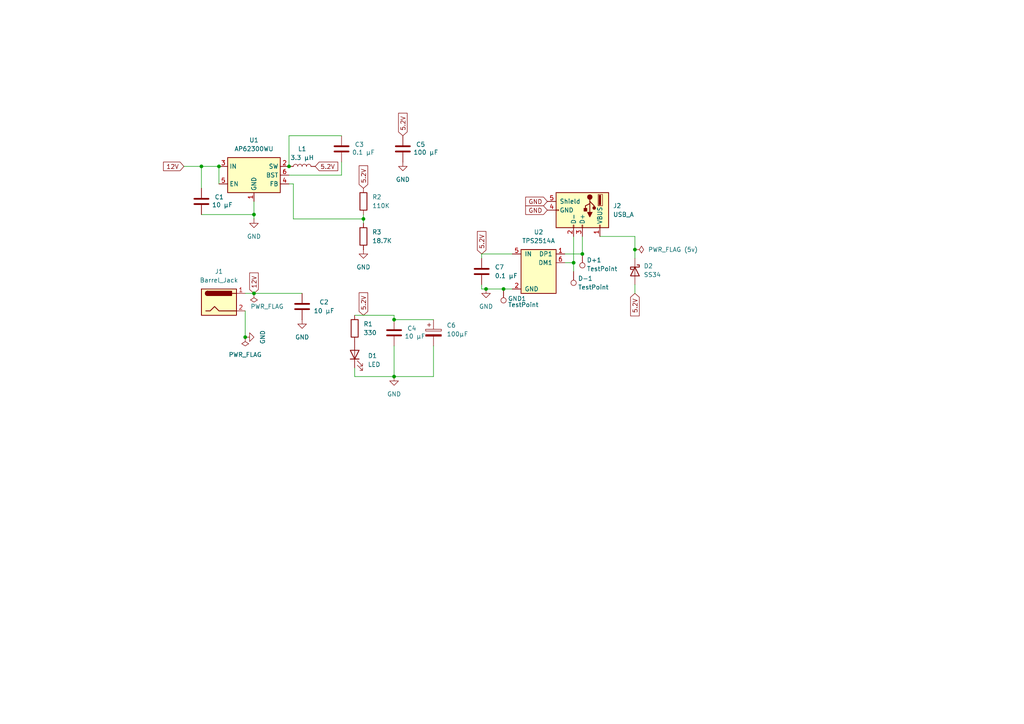
<source format=kicad_sch>
(kicad_sch
	(version 20250114)
	(generator "eeschema")
	(generator_version "9.0")
	(uuid "40d98473-17f9-4134-8602-0814bfe09614")
	(paper "A4")
	(lib_symbols
		(symbol "Connector:Barrel_Jack"
			(pin_names
				(offset 1.016)
			)
			(exclude_from_sim no)
			(in_bom yes)
			(on_board yes)
			(property "Reference" "J"
				(at 0 5.334 0)
				(effects
					(font
						(size 1.27 1.27)
					)
				)
			)
			(property "Value" "Barrel_Jack"
				(at 0 -5.08 0)
				(effects
					(font
						(size 1.27 1.27)
					)
				)
			)
			(property "Footprint" ""
				(at 1.27 -1.016 0)
				(effects
					(font
						(size 1.27 1.27)
					)
					(hide yes)
				)
			)
			(property "Datasheet" "~"
				(at 1.27 -1.016 0)
				(effects
					(font
						(size 1.27 1.27)
					)
					(hide yes)
				)
			)
			(property "Description" "DC Barrel Jack"
				(at 0 0 0)
				(effects
					(font
						(size 1.27 1.27)
					)
					(hide yes)
				)
			)
			(property "ki_keywords" "DC power barrel jack connector"
				(at 0 0 0)
				(effects
					(font
						(size 1.27 1.27)
					)
					(hide yes)
				)
			)
			(property "ki_fp_filters" "BarrelJack*"
				(at 0 0 0)
				(effects
					(font
						(size 1.27 1.27)
					)
					(hide yes)
				)
			)
			(symbol "Barrel_Jack_0_1"
				(rectangle
					(start -5.08 3.81)
					(end 5.08 -3.81)
					(stroke
						(width 0.254)
						(type default)
					)
					(fill
						(type background)
					)
				)
				(polyline
					(pts
						(xy -3.81 -2.54) (xy -2.54 -2.54) (xy -1.27 -1.27) (xy 0 -2.54) (xy 2.54 -2.54) (xy 5.08 -2.54)
					)
					(stroke
						(width 0.254)
						(type default)
					)
					(fill
						(type none)
					)
				)
				(arc
					(start -3.302 1.905)
					(mid -3.9343 2.54)
					(end -3.302 3.175)
					(stroke
						(width 0.254)
						(type default)
					)
					(fill
						(type none)
					)
				)
				(arc
					(start -3.302 1.905)
					(mid -3.9343 2.54)
					(end -3.302 3.175)
					(stroke
						(width 0.254)
						(type default)
					)
					(fill
						(type outline)
					)
				)
				(rectangle
					(start 3.683 3.175)
					(end -3.302 1.905)
					(stroke
						(width 0.254)
						(type default)
					)
					(fill
						(type outline)
					)
				)
				(polyline
					(pts
						(xy 5.08 2.54) (xy 3.81 2.54)
					)
					(stroke
						(width 0.254)
						(type default)
					)
					(fill
						(type none)
					)
				)
			)
			(symbol "Barrel_Jack_1_1"
				(pin passive line
					(at 7.62 2.54 180)
					(length 2.54)
					(name "~"
						(effects
							(font
								(size 1.27 1.27)
							)
						)
					)
					(number "1"
						(effects
							(font
								(size 1.27 1.27)
							)
						)
					)
				)
				(pin passive line
					(at 7.62 -2.54 180)
					(length 2.54)
					(name "~"
						(effects
							(font
								(size 1.27 1.27)
							)
						)
					)
					(number "2"
						(effects
							(font
								(size 1.27 1.27)
							)
						)
					)
				)
			)
			(embedded_fonts no)
		)
		(symbol "Connector:TestPoint"
			(pin_numbers
				(hide yes)
			)
			(pin_names
				(offset 0.762)
				(hide yes)
			)
			(exclude_from_sim no)
			(in_bom yes)
			(on_board yes)
			(property "Reference" "TP"
				(at 0 6.858 0)
				(effects
					(font
						(size 1.27 1.27)
					)
				)
			)
			(property "Value" "TestPoint"
				(at 0 5.08 0)
				(effects
					(font
						(size 1.27 1.27)
					)
				)
			)
			(property "Footprint" ""
				(at 5.08 0 0)
				(effects
					(font
						(size 1.27 1.27)
					)
					(hide yes)
				)
			)
			(property "Datasheet" "~"
				(at 5.08 0 0)
				(effects
					(font
						(size 1.27 1.27)
					)
					(hide yes)
				)
			)
			(property "Description" "test point"
				(at 0 0 0)
				(effects
					(font
						(size 1.27 1.27)
					)
					(hide yes)
				)
			)
			(property "ki_keywords" "test point tp"
				(at 0 0 0)
				(effects
					(font
						(size 1.27 1.27)
					)
					(hide yes)
				)
			)
			(property "ki_fp_filters" "Pin* Test*"
				(at 0 0 0)
				(effects
					(font
						(size 1.27 1.27)
					)
					(hide yes)
				)
			)
			(symbol "TestPoint_0_1"
				(circle
					(center 0 3.302)
					(radius 0.762)
					(stroke
						(width 0)
						(type default)
					)
					(fill
						(type none)
					)
				)
			)
			(symbol "TestPoint_1_1"
				(pin passive line
					(at 0 0 90)
					(length 2.54)
					(name "1"
						(effects
							(font
								(size 1.27 1.27)
							)
						)
					)
					(number "1"
						(effects
							(font
								(size 1.27 1.27)
							)
						)
					)
				)
			)
			(embedded_fonts no)
		)
		(symbol "Connector:USB_A"
			(pin_names
				(offset 1.016)
			)
			(exclude_from_sim no)
			(in_bom yes)
			(on_board yes)
			(property "Reference" "J"
				(at -5.08 11.43 0)
				(effects
					(font
						(size 1.27 1.27)
					)
					(justify left)
				)
			)
			(property "Value" "USB_A"
				(at -5.08 8.89 0)
				(effects
					(font
						(size 1.27 1.27)
					)
					(justify left)
				)
			)
			(property "Footprint" ""
				(at 3.81 -1.27 0)
				(effects
					(font
						(size 1.27 1.27)
					)
					(hide yes)
				)
			)
			(property "Datasheet" "~"
				(at 3.81 -1.27 0)
				(effects
					(font
						(size 1.27 1.27)
					)
					(hide yes)
				)
			)
			(property "Description" "USB Type A connector"
				(at 0 0 0)
				(effects
					(font
						(size 1.27 1.27)
					)
					(hide yes)
				)
			)
			(property "ki_keywords" "connector USB"
				(at 0 0 0)
				(effects
					(font
						(size 1.27 1.27)
					)
					(hide yes)
				)
			)
			(property "ki_fp_filters" "USB*"
				(at 0 0 0)
				(effects
					(font
						(size 1.27 1.27)
					)
					(hide yes)
				)
			)
			(symbol "USB_A_0_1"
				(rectangle
					(start -5.08 -7.62)
					(end 5.08 7.62)
					(stroke
						(width 0.254)
						(type default)
					)
					(fill
						(type background)
					)
				)
				(circle
					(center -3.81 2.159)
					(radius 0.635)
					(stroke
						(width 0.254)
						(type default)
					)
					(fill
						(type outline)
					)
				)
				(polyline
					(pts
						(xy -3.175 2.159) (xy -2.54 2.159) (xy -1.27 3.429) (xy -0.635 3.429)
					)
					(stroke
						(width 0.254)
						(type default)
					)
					(fill
						(type none)
					)
				)
				(polyline
					(pts
						(xy -2.54 2.159) (xy -1.905 2.159) (xy -1.27 0.889) (xy 0 0.889)
					)
					(stroke
						(width 0.254)
						(type default)
					)
					(fill
						(type none)
					)
				)
				(rectangle
					(start -1.524 4.826)
					(end -4.318 5.334)
					(stroke
						(width 0)
						(type default)
					)
					(fill
						(type outline)
					)
				)
				(rectangle
					(start -1.27 4.572)
					(end -4.572 5.842)
					(stroke
						(width 0)
						(type default)
					)
					(fill
						(type none)
					)
				)
				(circle
					(center -0.635 3.429)
					(radius 0.381)
					(stroke
						(width 0.254)
						(type default)
					)
					(fill
						(type outline)
					)
				)
				(rectangle
					(start -0.127 -7.62)
					(end 0.127 -6.858)
					(stroke
						(width 0)
						(type default)
					)
					(fill
						(type none)
					)
				)
				(rectangle
					(start 0.254 1.27)
					(end -0.508 0.508)
					(stroke
						(width 0.254)
						(type default)
					)
					(fill
						(type outline)
					)
				)
				(polyline
					(pts
						(xy 0.635 2.794) (xy 0.635 1.524) (xy 1.905 2.159) (xy 0.635 2.794)
					)
					(stroke
						(width 0.254)
						(type default)
					)
					(fill
						(type outline)
					)
				)
				(rectangle
					(start 5.08 4.953)
					(end 4.318 5.207)
					(stroke
						(width 0)
						(type default)
					)
					(fill
						(type none)
					)
				)
				(rectangle
					(start 5.08 -0.127)
					(end 4.318 0.127)
					(stroke
						(width 0)
						(type default)
					)
					(fill
						(type none)
					)
				)
				(rectangle
					(start 5.08 -2.667)
					(end 4.318 -2.413)
					(stroke
						(width 0)
						(type default)
					)
					(fill
						(type none)
					)
				)
			)
			(symbol "USB_A_1_1"
				(polyline
					(pts
						(xy -1.905 2.159) (xy 0.635 2.159)
					)
					(stroke
						(width 0.254)
						(type default)
					)
					(fill
						(type none)
					)
				)
				(pin passive line
					(at -2.54 -10.16 90)
					(length 2.54)
					(name "Shield"
						(effects
							(font
								(size 1.27 1.27)
							)
						)
					)
					(number "5"
						(effects
							(font
								(size 1.27 1.27)
							)
						)
					)
				)
				(pin power_in line
					(at 0 -10.16 90)
					(length 2.54)
					(name "GND"
						(effects
							(font
								(size 1.27 1.27)
							)
						)
					)
					(number "4"
						(effects
							(font
								(size 1.27 1.27)
							)
						)
					)
				)
				(pin power_in line
					(at 7.62 5.08 180)
					(length 2.54)
					(name "VBUS"
						(effects
							(font
								(size 1.27 1.27)
							)
						)
					)
					(number "1"
						(effects
							(font
								(size 1.27 1.27)
							)
						)
					)
				)
				(pin bidirectional line
					(at 7.62 0 180)
					(length 2.54)
					(name "D+"
						(effects
							(font
								(size 1.27 1.27)
							)
						)
					)
					(number "3"
						(effects
							(font
								(size 1.27 1.27)
							)
						)
					)
				)
				(pin bidirectional line
					(at 7.62 -2.54 180)
					(length 2.54)
					(name "D-"
						(effects
							(font
								(size 1.27 1.27)
							)
						)
					)
					(number "2"
						(effects
							(font
								(size 1.27 1.27)
							)
						)
					)
				)
			)
			(embedded_fonts no)
		)
		(symbol "Device:C"
			(pin_numbers
				(hide yes)
			)
			(pin_names
				(offset 0.254)
			)
			(exclude_from_sim no)
			(in_bom yes)
			(on_board yes)
			(property "Reference" "C"
				(at 0.635 2.54 0)
				(effects
					(font
						(size 1.27 1.27)
					)
					(justify left)
				)
			)
			(property "Value" "C"
				(at 0.635 -2.54 0)
				(effects
					(font
						(size 1.27 1.27)
					)
					(justify left)
				)
			)
			(property "Footprint" ""
				(at 0.9652 -3.81 0)
				(effects
					(font
						(size 1.27 1.27)
					)
					(hide yes)
				)
			)
			(property "Datasheet" "~"
				(at 0 0 0)
				(effects
					(font
						(size 1.27 1.27)
					)
					(hide yes)
				)
			)
			(property "Description" "Unpolarized capacitor"
				(at 0 0 0)
				(effects
					(font
						(size 1.27 1.27)
					)
					(hide yes)
				)
			)
			(property "ki_keywords" "cap capacitor"
				(at 0 0 0)
				(effects
					(font
						(size 1.27 1.27)
					)
					(hide yes)
				)
			)
			(property "ki_fp_filters" "C_*"
				(at 0 0 0)
				(effects
					(font
						(size 1.27 1.27)
					)
					(hide yes)
				)
			)
			(symbol "C_0_1"
				(polyline
					(pts
						(xy -2.032 0.762) (xy 2.032 0.762)
					)
					(stroke
						(width 0.508)
						(type default)
					)
					(fill
						(type none)
					)
				)
				(polyline
					(pts
						(xy -2.032 -0.762) (xy 2.032 -0.762)
					)
					(stroke
						(width 0.508)
						(type default)
					)
					(fill
						(type none)
					)
				)
			)
			(symbol "C_1_1"
				(pin passive line
					(at 0 3.81 270)
					(length 2.794)
					(name "~"
						(effects
							(font
								(size 1.27 1.27)
							)
						)
					)
					(number "1"
						(effects
							(font
								(size 1.27 1.27)
							)
						)
					)
				)
				(pin passive line
					(at 0 -3.81 90)
					(length 2.794)
					(name "~"
						(effects
							(font
								(size 1.27 1.27)
							)
						)
					)
					(number "2"
						(effects
							(font
								(size 1.27 1.27)
							)
						)
					)
				)
			)
			(embedded_fonts no)
		)
		(symbol "Device:C_Polarized"
			(pin_numbers
				(hide yes)
			)
			(pin_names
				(offset 0.254)
			)
			(exclude_from_sim no)
			(in_bom yes)
			(on_board yes)
			(property "Reference" "C"
				(at 0.635 2.54 0)
				(effects
					(font
						(size 1.27 1.27)
					)
					(justify left)
				)
			)
			(property "Value" "C_Polarized"
				(at 0.635 -2.54 0)
				(effects
					(font
						(size 1.27 1.27)
					)
					(justify left)
				)
			)
			(property "Footprint" ""
				(at 0.9652 -3.81 0)
				(effects
					(font
						(size 1.27 1.27)
					)
					(hide yes)
				)
			)
			(property "Datasheet" "~"
				(at 0 0 0)
				(effects
					(font
						(size 1.27 1.27)
					)
					(hide yes)
				)
			)
			(property "Description" "Polarized capacitor"
				(at 0 0 0)
				(effects
					(font
						(size 1.27 1.27)
					)
					(hide yes)
				)
			)
			(property "ki_keywords" "cap capacitor"
				(at 0 0 0)
				(effects
					(font
						(size 1.27 1.27)
					)
					(hide yes)
				)
			)
			(property "ki_fp_filters" "CP_*"
				(at 0 0 0)
				(effects
					(font
						(size 1.27 1.27)
					)
					(hide yes)
				)
			)
			(symbol "C_Polarized_0_1"
				(rectangle
					(start -2.286 0.508)
					(end 2.286 1.016)
					(stroke
						(width 0)
						(type default)
					)
					(fill
						(type none)
					)
				)
				(polyline
					(pts
						(xy -1.778 2.286) (xy -0.762 2.286)
					)
					(stroke
						(width 0)
						(type default)
					)
					(fill
						(type none)
					)
				)
				(polyline
					(pts
						(xy -1.27 2.794) (xy -1.27 1.778)
					)
					(stroke
						(width 0)
						(type default)
					)
					(fill
						(type none)
					)
				)
				(rectangle
					(start 2.286 -0.508)
					(end -2.286 -1.016)
					(stroke
						(width 0)
						(type default)
					)
					(fill
						(type outline)
					)
				)
			)
			(symbol "C_Polarized_1_1"
				(pin passive line
					(at 0 3.81 270)
					(length 2.794)
					(name "~"
						(effects
							(font
								(size 1.27 1.27)
							)
						)
					)
					(number "1"
						(effects
							(font
								(size 1.27 1.27)
							)
						)
					)
				)
				(pin passive line
					(at 0 -3.81 90)
					(length 2.794)
					(name "~"
						(effects
							(font
								(size 1.27 1.27)
							)
						)
					)
					(number "2"
						(effects
							(font
								(size 1.27 1.27)
							)
						)
					)
				)
			)
			(embedded_fonts no)
		)
		(symbol "Device:L"
			(pin_numbers
				(hide yes)
			)
			(pin_names
				(offset 1.016)
				(hide yes)
			)
			(exclude_from_sim no)
			(in_bom yes)
			(on_board yes)
			(property "Reference" "L"
				(at -1.27 0 90)
				(effects
					(font
						(size 1.27 1.27)
					)
				)
			)
			(property "Value" "L"
				(at 1.905 0 90)
				(effects
					(font
						(size 1.27 1.27)
					)
				)
			)
			(property "Footprint" ""
				(at 0 0 0)
				(effects
					(font
						(size 1.27 1.27)
					)
					(hide yes)
				)
			)
			(property "Datasheet" "~"
				(at 0 0 0)
				(effects
					(font
						(size 1.27 1.27)
					)
					(hide yes)
				)
			)
			(property "Description" "Inductor"
				(at 0 0 0)
				(effects
					(font
						(size 1.27 1.27)
					)
					(hide yes)
				)
			)
			(property "ki_keywords" "inductor choke coil reactor magnetic"
				(at 0 0 0)
				(effects
					(font
						(size 1.27 1.27)
					)
					(hide yes)
				)
			)
			(property "ki_fp_filters" "Choke_* *Coil* Inductor_* L_*"
				(at 0 0 0)
				(effects
					(font
						(size 1.27 1.27)
					)
					(hide yes)
				)
			)
			(symbol "L_0_1"
				(arc
					(start 0 2.54)
					(mid 0.6323 1.905)
					(end 0 1.27)
					(stroke
						(width 0)
						(type default)
					)
					(fill
						(type none)
					)
				)
				(arc
					(start 0 1.27)
					(mid 0.6323 0.635)
					(end 0 0)
					(stroke
						(width 0)
						(type default)
					)
					(fill
						(type none)
					)
				)
				(arc
					(start 0 0)
					(mid 0.6323 -0.635)
					(end 0 -1.27)
					(stroke
						(width 0)
						(type default)
					)
					(fill
						(type none)
					)
				)
				(arc
					(start 0 -1.27)
					(mid 0.6323 -1.905)
					(end 0 -2.54)
					(stroke
						(width 0)
						(type default)
					)
					(fill
						(type none)
					)
				)
			)
			(symbol "L_1_1"
				(pin passive line
					(at 0 3.81 270)
					(length 1.27)
					(name "1"
						(effects
							(font
								(size 1.27 1.27)
							)
						)
					)
					(number "1"
						(effects
							(font
								(size 1.27 1.27)
							)
						)
					)
				)
				(pin passive line
					(at 0 -3.81 90)
					(length 1.27)
					(name "2"
						(effects
							(font
								(size 1.27 1.27)
							)
						)
					)
					(number "2"
						(effects
							(font
								(size 1.27 1.27)
							)
						)
					)
				)
			)
			(embedded_fonts no)
		)
		(symbol "Device:LED"
			(pin_numbers
				(hide yes)
			)
			(pin_names
				(offset 1.016)
				(hide yes)
			)
			(exclude_from_sim no)
			(in_bom yes)
			(on_board yes)
			(property "Reference" "D"
				(at 0 2.54 0)
				(effects
					(font
						(size 1.27 1.27)
					)
				)
			)
			(property "Value" "LED"
				(at 0 -2.54 0)
				(effects
					(font
						(size 1.27 1.27)
					)
				)
			)
			(property "Footprint" ""
				(at 0 0 0)
				(effects
					(font
						(size 1.27 1.27)
					)
					(hide yes)
				)
			)
			(property "Datasheet" "~"
				(at 0 0 0)
				(effects
					(font
						(size 1.27 1.27)
					)
					(hide yes)
				)
			)
			(property "Description" "Light emitting diode"
				(at 0 0 0)
				(effects
					(font
						(size 1.27 1.27)
					)
					(hide yes)
				)
			)
			(property "Sim.Pins" "1=K 2=A"
				(at 0 0 0)
				(effects
					(font
						(size 1.27 1.27)
					)
					(hide yes)
				)
			)
			(property "ki_keywords" "LED diode"
				(at 0 0 0)
				(effects
					(font
						(size 1.27 1.27)
					)
					(hide yes)
				)
			)
			(property "ki_fp_filters" "LED* LED_SMD:* LED_THT:*"
				(at 0 0 0)
				(effects
					(font
						(size 1.27 1.27)
					)
					(hide yes)
				)
			)
			(symbol "LED_0_1"
				(polyline
					(pts
						(xy -3.048 -0.762) (xy -4.572 -2.286) (xy -3.81 -2.286) (xy -4.572 -2.286) (xy -4.572 -1.524)
					)
					(stroke
						(width 0)
						(type default)
					)
					(fill
						(type none)
					)
				)
				(polyline
					(pts
						(xy -1.778 -0.762) (xy -3.302 -2.286) (xy -2.54 -2.286) (xy -3.302 -2.286) (xy -3.302 -1.524)
					)
					(stroke
						(width 0)
						(type default)
					)
					(fill
						(type none)
					)
				)
				(polyline
					(pts
						(xy -1.27 0) (xy 1.27 0)
					)
					(stroke
						(width 0)
						(type default)
					)
					(fill
						(type none)
					)
				)
				(polyline
					(pts
						(xy -1.27 -1.27) (xy -1.27 1.27)
					)
					(stroke
						(width 0.254)
						(type default)
					)
					(fill
						(type none)
					)
				)
				(polyline
					(pts
						(xy 1.27 -1.27) (xy 1.27 1.27) (xy -1.27 0) (xy 1.27 -1.27)
					)
					(stroke
						(width 0.254)
						(type default)
					)
					(fill
						(type none)
					)
				)
			)
			(symbol "LED_1_1"
				(pin passive line
					(at -3.81 0 0)
					(length 2.54)
					(name "K"
						(effects
							(font
								(size 1.27 1.27)
							)
						)
					)
					(number "1"
						(effects
							(font
								(size 1.27 1.27)
							)
						)
					)
				)
				(pin passive line
					(at 3.81 0 180)
					(length 2.54)
					(name "A"
						(effects
							(font
								(size 1.27 1.27)
							)
						)
					)
					(number "2"
						(effects
							(font
								(size 1.27 1.27)
							)
						)
					)
				)
			)
			(embedded_fonts no)
		)
		(symbol "Device:R"
			(pin_numbers
				(hide yes)
			)
			(pin_names
				(offset 0)
			)
			(exclude_from_sim no)
			(in_bom yes)
			(on_board yes)
			(property "Reference" "R"
				(at 2.032 0 90)
				(effects
					(font
						(size 1.27 1.27)
					)
				)
			)
			(property "Value" "R"
				(at 0 0 90)
				(effects
					(font
						(size 1.27 1.27)
					)
				)
			)
			(property "Footprint" ""
				(at -1.778 0 90)
				(effects
					(font
						(size 1.27 1.27)
					)
					(hide yes)
				)
			)
			(property "Datasheet" "~"
				(at 0 0 0)
				(effects
					(font
						(size 1.27 1.27)
					)
					(hide yes)
				)
			)
			(property "Description" "Resistor"
				(at 0 0 0)
				(effects
					(font
						(size 1.27 1.27)
					)
					(hide yes)
				)
			)
			(property "ki_keywords" "R res resistor"
				(at 0 0 0)
				(effects
					(font
						(size 1.27 1.27)
					)
					(hide yes)
				)
			)
			(property "ki_fp_filters" "R_*"
				(at 0 0 0)
				(effects
					(font
						(size 1.27 1.27)
					)
					(hide yes)
				)
			)
			(symbol "R_0_1"
				(rectangle
					(start -1.016 -2.54)
					(end 1.016 2.54)
					(stroke
						(width 0.254)
						(type default)
					)
					(fill
						(type none)
					)
				)
			)
			(symbol "R_1_1"
				(pin passive line
					(at 0 3.81 270)
					(length 1.27)
					(name "~"
						(effects
							(font
								(size 1.27 1.27)
							)
						)
					)
					(number "1"
						(effects
							(font
								(size 1.27 1.27)
							)
						)
					)
				)
				(pin passive line
					(at 0 -3.81 90)
					(length 1.27)
					(name "~"
						(effects
							(font
								(size 1.27 1.27)
							)
						)
					)
					(number "2"
						(effects
							(font
								(size 1.27 1.27)
							)
						)
					)
				)
			)
			(embedded_fonts no)
		)
		(symbol "Diode:SS34"
			(pin_numbers
				(hide yes)
			)
			(pin_names
				(offset 1.016)
				(hide yes)
			)
			(exclude_from_sim no)
			(in_bom yes)
			(on_board yes)
			(property "Reference" "D"
				(at 0 2.54 0)
				(effects
					(font
						(size 1.27 1.27)
					)
				)
			)
			(property "Value" "SS34"
				(at 0 -2.54 0)
				(effects
					(font
						(size 1.27 1.27)
					)
				)
			)
			(property "Footprint" "Diode_SMD:D_SMA"
				(at 0 -4.445 0)
				(effects
					(font
						(size 1.27 1.27)
					)
					(hide yes)
				)
			)
			(property "Datasheet" "https://www.vishay.com/docs/88751/ss32.pdf"
				(at 0 0 0)
				(effects
					(font
						(size 1.27 1.27)
					)
					(hide yes)
				)
			)
			(property "Description" "40V 3A Schottky Diode, SMA"
				(at 0 0 0)
				(effects
					(font
						(size 1.27 1.27)
					)
					(hide yes)
				)
			)
			(property "ki_keywords" "diode Schottky"
				(at 0 0 0)
				(effects
					(font
						(size 1.27 1.27)
					)
					(hide yes)
				)
			)
			(property "ki_fp_filters" "D*SMA*"
				(at 0 0 0)
				(effects
					(font
						(size 1.27 1.27)
					)
					(hide yes)
				)
			)
			(symbol "SS34_0_1"
				(polyline
					(pts
						(xy -1.905 0.635) (xy -1.905 1.27) (xy -1.27 1.27) (xy -1.27 -1.27) (xy -0.635 -1.27) (xy -0.635 -0.635)
					)
					(stroke
						(width 0.254)
						(type default)
					)
					(fill
						(type none)
					)
				)
				(polyline
					(pts
						(xy 1.27 1.27) (xy 1.27 -1.27) (xy -1.27 0) (xy 1.27 1.27)
					)
					(stroke
						(width 0.254)
						(type default)
					)
					(fill
						(type none)
					)
				)
				(polyline
					(pts
						(xy 1.27 0) (xy -1.27 0)
					)
					(stroke
						(width 0)
						(type default)
					)
					(fill
						(type none)
					)
				)
			)
			(symbol "SS34_1_1"
				(pin passive line
					(at -3.81 0 0)
					(length 2.54)
					(name "K"
						(effects
							(font
								(size 1.27 1.27)
							)
						)
					)
					(number "1"
						(effects
							(font
								(size 1.27 1.27)
							)
						)
					)
				)
				(pin passive line
					(at 3.81 0 180)
					(length 2.54)
					(name "A"
						(effects
							(font
								(size 1.27 1.27)
							)
						)
					)
					(number "2"
						(effects
							(font
								(size 1.27 1.27)
							)
						)
					)
				)
			)
			(embedded_fonts no)
		)
		(symbol "Interface_USB:TPS2514A"
			(pin_names
				(offset 1.016)
			)
			(exclude_from_sim no)
			(in_bom yes)
			(on_board yes)
			(property "Reference" "U"
				(at -3.81 -7.62 0)
				(effects
					(font
						(size 1.27 1.27)
					)
				)
			)
			(property "Value" "TPS2514A"
				(at 0 7.62 0)
				(effects
					(font
						(size 1.27 1.27)
					)
				)
			)
			(property "Footprint" "Package_TO_SOT_SMD:SOT-23-6"
				(at 0 -10.16 0)
				(effects
					(font
						(size 1.27 1.27)
					)
					(hide yes)
				)
			)
			(property "Datasheet" "http://www.ti.com/lit/ds/symlink/tps2513.pdf"
				(at 0 1.27 0)
				(effects
					(font
						(size 1.27 1.27)
					)
					(hide yes)
				)
			)
			(property "Description" "USB Dedicated Charging Port Controller"
				(at 0 0 0)
				(effects
					(font
						(size 1.27 1.27)
					)
					(hide yes)
				)
			)
			(property "ki_keywords" "USB Charge"
				(at 0 0 0)
				(effects
					(font
						(size 1.27 1.27)
					)
					(hide yes)
				)
			)
			(property "ki_fp_filters" "SOT?23*"
				(at 0 0 0)
				(effects
					(font
						(size 1.27 1.27)
					)
					(hide yes)
				)
			)
			(symbol "TPS2514A_0_1"
				(rectangle
					(start -5.08 6.35)
					(end 5.08 -6.35)
					(stroke
						(width 0.254)
						(type default)
					)
					(fill
						(type background)
					)
				)
			)
			(symbol "TPS2514A_1_1"
				(pin power_in line
					(at -7.62 5.08 0)
					(length 2.54)
					(name "IN"
						(effects
							(font
								(size 1.27 1.27)
							)
						)
					)
					(number "5"
						(effects
							(font
								(size 1.27 1.27)
							)
						)
					)
				)
				(pin power_in line
					(at -7.62 -5.08 0)
					(length 2.54)
					(name "GND"
						(effects
							(font
								(size 1.27 1.27)
							)
						)
					)
					(number "2"
						(effects
							(font
								(size 1.27 1.27)
							)
						)
					)
				)
				(pin no_connect line
					(at 5.08 -2.54 180)
					(length 2.54)
					(hide yes)
					(name "NC"
						(effects
							(font
								(size 1.27 1.27)
							)
						)
					)
					(number "3"
						(effects
							(font
								(size 1.27 1.27)
							)
						)
					)
				)
				(pin no_connect line
					(at 5.08 -5.08 180)
					(length 2.54)
					(hide yes)
					(name "NC"
						(effects
							(font
								(size 1.27 1.27)
							)
						)
					)
					(number "4"
						(effects
							(font
								(size 1.27 1.27)
							)
						)
					)
				)
				(pin input line
					(at 7.62 5.08 180)
					(length 2.54)
					(name "DP1"
						(effects
							(font
								(size 1.27 1.27)
							)
						)
					)
					(number "1"
						(effects
							(font
								(size 1.27 1.27)
							)
						)
					)
				)
				(pin input line
					(at 7.62 2.54 180)
					(length 2.54)
					(name "DM1"
						(effects
							(font
								(size 1.27 1.27)
							)
						)
					)
					(number "6"
						(effects
							(font
								(size 1.27 1.27)
							)
						)
					)
				)
			)
			(embedded_fonts no)
		)
		(symbol "Regulator_Switching:AP62300WU"
			(exclude_from_sim no)
			(in_bom yes)
			(on_board yes)
			(property "Reference" "U"
				(at -7.62 6.35 0)
				(effects
					(font
						(size 1.27 1.27)
					)
				)
			)
			(property "Value" "AP62300WU"
				(at 2.54 6.35 0)
				(effects
					(font
						(size 1.27 1.27)
					)
				)
			)
			(property "Footprint" "Package_TO_SOT_SMD:TSOT-23-6"
				(at 0 -22.86 0)
				(effects
					(font
						(size 1.27 1.27)
					)
					(hide yes)
				)
			)
			(property "Datasheet" "https://www.diodes.com/assets/Datasheets/AP62300_AP62301_AP62300T.pdf"
				(at 0 0 0)
				(effects
					(font
						(size 1.27 1.27)
					)
					(hide yes)
				)
			)
			(property "Description" "3A, 750kHz Buck DC/DC Converter, PFM for light load efficiency, 4.2V-18V input voltage, 0.8V-7V adjustable output voltage, TSOT-23-6"
				(at 0 0 0)
				(effects
					(font
						(size 1.27 1.27)
					)
					(hide yes)
				)
			)
			(property "ki_keywords" "3A Buck DC/DC"
				(at 0 0 0)
				(effects
					(font
						(size 1.27 1.27)
					)
					(hide yes)
				)
			)
			(property "ki_fp_filters" "TSOT?23*"
				(at 0 0 0)
				(effects
					(font
						(size 1.27 1.27)
					)
					(hide yes)
				)
			)
			(symbol "AP62300WU_0_1"
				(rectangle
					(start -7.62 5.08)
					(end 7.62 -5.08)
					(stroke
						(width 0.254)
						(type default)
					)
					(fill
						(type background)
					)
				)
			)
			(symbol "AP62300WU_1_1"
				(pin power_in line
					(at -10.16 2.54 0)
					(length 2.54)
					(name "IN"
						(effects
							(font
								(size 1.27 1.27)
							)
						)
					)
					(number "3"
						(effects
							(font
								(size 1.27 1.27)
							)
						)
					)
				)
				(pin passive line
					(at -10.16 -2.54 0)
					(length 2.54)
					(name "EN"
						(effects
							(font
								(size 1.27 1.27)
							)
						)
					)
					(number "5"
						(effects
							(font
								(size 1.27 1.27)
							)
						)
					)
				)
				(pin power_in line
					(at 0 -7.62 90)
					(length 2.54)
					(name "GND"
						(effects
							(font
								(size 1.27 1.27)
							)
						)
					)
					(number "1"
						(effects
							(font
								(size 1.27 1.27)
							)
						)
					)
				)
				(pin output line
					(at 10.16 2.54 180)
					(length 2.54)
					(name "SW"
						(effects
							(font
								(size 1.27 1.27)
							)
						)
					)
					(number "2"
						(effects
							(font
								(size 1.27 1.27)
							)
						)
					)
				)
				(pin passive line
					(at 10.16 0 180)
					(length 2.54)
					(name "BST"
						(effects
							(font
								(size 1.27 1.27)
							)
						)
					)
					(number "6"
						(effects
							(font
								(size 1.27 1.27)
							)
						)
					)
				)
				(pin input line
					(at 10.16 -2.54 180)
					(length 2.54)
					(name "FB"
						(effects
							(font
								(size 1.27 1.27)
							)
						)
					)
					(number "4"
						(effects
							(font
								(size 1.27 1.27)
							)
						)
					)
				)
			)
			(embedded_fonts no)
		)
		(symbol "power:GND"
			(power)
			(pin_numbers
				(hide yes)
			)
			(pin_names
				(offset 0)
				(hide yes)
			)
			(exclude_from_sim no)
			(in_bom yes)
			(on_board yes)
			(property "Reference" "#PWR"
				(at 0 -6.35 0)
				(effects
					(font
						(size 1.27 1.27)
					)
					(hide yes)
				)
			)
			(property "Value" "GND"
				(at 0 -3.81 0)
				(effects
					(font
						(size 1.27 1.27)
					)
				)
			)
			(property "Footprint" ""
				(at 0 0 0)
				(effects
					(font
						(size 1.27 1.27)
					)
					(hide yes)
				)
			)
			(property "Datasheet" ""
				(at 0 0 0)
				(effects
					(font
						(size 1.27 1.27)
					)
					(hide yes)
				)
			)
			(property "Description" "Power symbol creates a global label with name \"GND\" , ground"
				(at 0 0 0)
				(effects
					(font
						(size 1.27 1.27)
					)
					(hide yes)
				)
			)
			(property "ki_keywords" "global power"
				(at 0 0 0)
				(effects
					(font
						(size 1.27 1.27)
					)
					(hide yes)
				)
			)
			(symbol "GND_0_1"
				(polyline
					(pts
						(xy 0 0) (xy 0 -1.27) (xy 1.27 -1.27) (xy 0 -2.54) (xy -1.27 -1.27) (xy 0 -1.27)
					)
					(stroke
						(width 0)
						(type default)
					)
					(fill
						(type none)
					)
				)
			)
			(symbol "GND_1_1"
				(pin power_in line
					(at 0 0 270)
					(length 0)
					(name "~"
						(effects
							(font
								(size 1.27 1.27)
							)
						)
					)
					(number "1"
						(effects
							(font
								(size 1.27 1.27)
							)
						)
					)
				)
			)
			(embedded_fonts no)
		)
		(symbol "power:PWR_FLAG"
			(power)
			(pin_numbers
				(hide yes)
			)
			(pin_names
				(offset 0)
				(hide yes)
			)
			(exclude_from_sim no)
			(in_bom yes)
			(on_board yes)
			(property "Reference" "#FLG"
				(at 0 1.905 0)
				(effects
					(font
						(size 1.27 1.27)
					)
					(hide yes)
				)
			)
			(property "Value" "PWR_FLAG"
				(at 0 3.81 0)
				(effects
					(font
						(size 1.27 1.27)
					)
				)
			)
			(property "Footprint" ""
				(at 0 0 0)
				(effects
					(font
						(size 1.27 1.27)
					)
					(hide yes)
				)
			)
			(property "Datasheet" "~"
				(at 0 0 0)
				(effects
					(font
						(size 1.27 1.27)
					)
					(hide yes)
				)
			)
			(property "Description" "Special symbol for telling ERC where power comes from"
				(at 0 0 0)
				(effects
					(font
						(size 1.27 1.27)
					)
					(hide yes)
				)
			)
			(property "ki_keywords" "flag power"
				(at 0 0 0)
				(effects
					(font
						(size 1.27 1.27)
					)
					(hide yes)
				)
			)
			(symbol "PWR_FLAG_0_0"
				(pin power_out line
					(at 0 0 90)
					(length 0)
					(name "~"
						(effects
							(font
								(size 1.27 1.27)
							)
						)
					)
					(number "1"
						(effects
							(font
								(size 1.27 1.27)
							)
						)
					)
				)
			)
			(symbol "PWR_FLAG_0_1"
				(polyline
					(pts
						(xy 0 0) (xy 0 1.27) (xy -1.016 1.905) (xy 0 2.54) (xy 1.016 1.905) (xy 0 1.27)
					)
					(stroke
						(width 0)
						(type default)
					)
					(fill
						(type none)
					)
				)
			)
			(embedded_fonts no)
		)
	)
	(junction
		(at 63.5 48.26)
		(diameter 0)
		(color 0 0 0 0)
		(uuid "01661a50-0475-4541-9c88-83265c0ea00d")
	)
	(junction
		(at 71.12 97.79)
		(diameter 0)
		(color 0 0 0 0)
		(uuid "01cfc02d-cb4b-4f8e-aff3-5e71bf066a11")
	)
	(junction
		(at 114.3 109.22)
		(diameter 0)
		(color 0 0 0 0)
		(uuid "25e534e8-bd8d-4739-b0f1-5f7974aa16f7")
	)
	(junction
		(at 73.66 62.23)
		(diameter 0)
		(color 0 0 0 0)
		(uuid "371a1380-9aed-4f50-bbb7-2dc9a491742c")
	)
	(junction
		(at 114.3 92.71)
		(diameter 0)
		(color 0 0 0 0)
		(uuid "3d0b0b7a-5220-4dde-b443-b3473747a2fc")
	)
	(junction
		(at 146.05 83.82)
		(diameter 0)
		(color 0 0 0 0)
		(uuid "3d2104fc-6b91-4178-b885-fbe1eba3dda3")
	)
	(junction
		(at 140.97 83.82)
		(diameter 0)
		(color 0 0 0 0)
		(uuid "403b83e3-c837-4561-bcd0-9a471e26a416")
	)
	(junction
		(at 58.42 48.26)
		(diameter 0)
		(color 0 0 0 0)
		(uuid "52cf7c86-a528-46c4-86a0-6cc3af2b2638")
	)
	(junction
		(at 73.66 85.09)
		(diameter 0)
		(color 0 0 0 0)
		(uuid "672d7fa8-de01-4ddb-acfd-5392636463d3")
	)
	(junction
		(at 166.37 76.2)
		(diameter 0)
		(color 0 0 0 0)
		(uuid "7141fbfb-d46b-4dd1-80e8-05f051beff6b")
	)
	(junction
		(at 83.82 48.26)
		(diameter 0)
		(color 0 0 0 0)
		(uuid "a6ca35c4-1414-4fae-aee9-66c5e416f587")
	)
	(junction
		(at 168.91 73.66)
		(diameter 0)
		(color 0 0 0 0)
		(uuid "d24ceeb5-f18d-4a38-961d-91d32d800549")
	)
	(junction
		(at 184.15 72.39)
		(diameter 0)
		(color 0 0 0 0)
		(uuid "df5871d7-cf98-47ed-8145-e16d20a2a08b")
	)
	(junction
		(at 105.41 63.5)
		(diameter 0)
		(color 0 0 0 0)
		(uuid "f652879d-fac5-477d-bd35-187f802e68a1")
	)
	(wire
		(pts
			(xy 125.73 100.33) (xy 125.73 109.22)
		)
		(stroke
			(width 0)
			(type default)
		)
		(uuid "00cbf572-4e94-47f4-9a36-720b09c6445b")
	)
	(wire
		(pts
			(xy 58.42 48.26) (xy 63.5 48.26)
		)
		(stroke
			(width 0)
			(type default)
		)
		(uuid "035f2cec-25b1-4eae-9230-dd3afc564a72")
	)
	(wire
		(pts
			(xy 99.06 46.99) (xy 99.06 50.8)
		)
		(stroke
			(width 0)
			(type default)
		)
		(uuid "0befd699-8564-42fb-9db5-7163133f7204")
	)
	(wire
		(pts
			(xy 105.41 63.5) (xy 85.09 63.5)
		)
		(stroke
			(width 0)
			(type default)
		)
		(uuid "0c0759ca-9360-45e3-a679-82ed6caf50b7")
	)
	(wire
		(pts
			(xy 73.66 63.5) (xy 73.66 62.23)
		)
		(stroke
			(width 0)
			(type default)
		)
		(uuid "0ceed9dd-a14c-4195-a8f8-9835f57fb094")
	)
	(wire
		(pts
			(xy 102.87 106.68) (xy 102.87 109.22)
		)
		(stroke
			(width 0)
			(type default)
		)
		(uuid "16a9578b-6cf6-4f74-bf71-d265c8e63a3c")
	)
	(wire
		(pts
			(xy 114.3 92.71) (xy 125.73 92.71)
		)
		(stroke
			(width 0)
			(type default)
		)
		(uuid "1f8d0543-4031-4cfa-a8a9-8af668054b53")
	)
	(wire
		(pts
			(xy 85.09 63.5) (xy 85.09 53.34)
		)
		(stroke
			(width 0)
			(type default)
		)
		(uuid "26e390a8-5a50-4135-bcd7-fde6a4e496ce")
	)
	(wire
		(pts
			(xy 114.3 109.22) (xy 102.87 109.22)
		)
		(stroke
			(width 0)
			(type default)
		)
		(uuid "2f7d72ee-fd4a-451b-b5a8-f55f2ed72ec5")
	)
	(wire
		(pts
			(xy 87.63 85.09) (xy 73.66 85.09)
		)
		(stroke
			(width 0)
			(type default)
		)
		(uuid "3e2250e2-f19b-4d49-9bf9-bc7634f953d6")
	)
	(wire
		(pts
			(xy 163.83 76.2) (xy 166.37 76.2)
		)
		(stroke
			(width 0)
			(type default)
		)
		(uuid "41617a99-18a6-4c44-a6d7-02c28c3e93b5")
	)
	(wire
		(pts
			(xy 166.37 78.74) (xy 166.37 76.2)
		)
		(stroke
			(width 0)
			(type default)
		)
		(uuid "4600b082-3a99-4747-a9f3-7331597b8b53")
	)
	(wire
		(pts
			(xy 102.87 91.44) (xy 114.3 91.44)
		)
		(stroke
			(width 0)
			(type default)
		)
		(uuid "514c5231-05e3-453f-ac1d-2d0008751cdd")
	)
	(wire
		(pts
			(xy 139.7 82.55) (xy 139.7 83.82)
		)
		(stroke
			(width 0)
			(type default)
		)
		(uuid "599cd341-bf91-4781-8417-e3e79f4cf0c8")
	)
	(wire
		(pts
			(xy 139.7 73.66) (xy 148.59 73.66)
		)
		(stroke
			(width 0)
			(type default)
		)
		(uuid "5b7caf5a-3c07-46f3-b360-adbd0525c298")
	)
	(wire
		(pts
			(xy 105.41 63.5) (xy 105.41 64.77)
		)
		(stroke
			(width 0)
			(type default)
		)
		(uuid "60098308-aaf2-4a05-a57d-a68ba6be6831")
	)
	(wire
		(pts
			(xy 146.05 83.82) (xy 148.59 83.82)
		)
		(stroke
			(width 0)
			(type default)
		)
		(uuid "60a133e8-5658-4578-963d-db9b5062aed7")
	)
	(wire
		(pts
			(xy 163.83 73.66) (xy 168.91 73.66)
		)
		(stroke
			(width 0)
			(type default)
		)
		(uuid "6e980fd6-0b87-4980-8d21-2a4252ae4a7d")
	)
	(wire
		(pts
			(xy 85.09 53.34) (xy 83.82 53.34)
		)
		(stroke
			(width 0)
			(type default)
		)
		(uuid "72d62887-071e-4cd1-a263-301f0dc849f3")
	)
	(wire
		(pts
			(xy 63.5 48.26) (xy 63.5 53.34)
		)
		(stroke
			(width 0)
			(type default)
		)
		(uuid "7a266ef7-e41a-4a59-ac44-2177a56effd3")
	)
	(wire
		(pts
			(xy 114.3 100.33) (xy 114.3 109.22)
		)
		(stroke
			(width 0)
			(type default)
		)
		(uuid "7b785a56-2240-4b01-b3ac-9816807f7f49")
	)
	(wire
		(pts
			(xy 184.15 68.58) (xy 173.99 68.58)
		)
		(stroke
			(width 0)
			(type default)
		)
		(uuid "890f5920-f45b-4f29-a27f-2647c745d162")
	)
	(wire
		(pts
			(xy 184.15 82.55) (xy 184.15 85.09)
		)
		(stroke
			(width 0)
			(type default)
		)
		(uuid "91f2d1d0-e49b-482f-b4ec-c83e61b1cd86")
	)
	(wire
		(pts
			(xy 71.12 90.17) (xy 71.12 97.79)
		)
		(stroke
			(width 0)
			(type default)
		)
		(uuid "9d21c08b-410d-42ee-a772-5cf2178f38fb")
	)
	(wire
		(pts
			(xy 58.42 48.26) (xy 58.42 54.61)
		)
		(stroke
			(width 0)
			(type default)
		)
		(uuid "9e188bd1-818d-4ade-9fe0-b84a9e52c15a")
	)
	(wire
		(pts
			(xy 168.91 68.58) (xy 168.91 73.66)
		)
		(stroke
			(width 0)
			(type default)
		)
		(uuid "a1ceba6c-5deb-4cca-b5c8-70e0eb783f5f")
	)
	(wire
		(pts
			(xy 99.06 50.8) (xy 83.82 50.8)
		)
		(stroke
			(width 0)
			(type default)
		)
		(uuid "aa63e40e-dbe6-4150-9aec-f3df5de05e57")
	)
	(wire
		(pts
			(xy 184.15 72.39) (xy 184.15 74.93)
		)
		(stroke
			(width 0)
			(type default)
		)
		(uuid "ae0c8942-aa38-4b44-b5c8-7a4ef6e50136")
	)
	(wire
		(pts
			(xy 125.73 109.22) (xy 114.3 109.22)
		)
		(stroke
			(width 0)
			(type default)
		)
		(uuid "ae5f4b90-a2c8-422d-8493-ac3eb39e621a")
	)
	(wire
		(pts
			(xy 140.97 83.82) (xy 146.05 83.82)
		)
		(stroke
			(width 0)
			(type default)
		)
		(uuid "b2b5e5b1-3e78-4da5-8806-7633039095d9")
	)
	(wire
		(pts
			(xy 73.66 62.23) (xy 73.66 58.42)
		)
		(stroke
			(width 0)
			(type default)
		)
		(uuid "b4b92bbf-b817-4e67-97d8-084424ac213b")
	)
	(wire
		(pts
			(xy 184.15 68.58) (xy 184.15 72.39)
		)
		(stroke
			(width 0)
			(type default)
		)
		(uuid "b7aa935d-8109-48c2-9d6a-cf2aab4b3efd")
	)
	(wire
		(pts
			(xy 139.7 83.82) (xy 140.97 83.82)
		)
		(stroke
			(width 0)
			(type default)
		)
		(uuid "b96ac2be-9f5f-4fff-9bec-9256c4448aa1")
	)
	(wire
		(pts
			(xy 105.41 62.23) (xy 105.41 63.5)
		)
		(stroke
			(width 0)
			(type default)
		)
		(uuid "ba8025a7-3a22-46ec-a83e-8898a896d6a1")
	)
	(wire
		(pts
			(xy 99.06 39.37) (xy 83.82 39.37)
		)
		(stroke
			(width 0)
			(type default)
		)
		(uuid "bd7dec80-34df-4eb6-b6a9-fed2093eb362")
	)
	(wire
		(pts
			(xy 114.3 92.71) (xy 114.3 91.44)
		)
		(stroke
			(width 0)
			(type default)
		)
		(uuid "bfb1c25d-8a03-47f9-8c62-6db24b682e52")
	)
	(wire
		(pts
			(xy 53.34 48.26) (xy 58.42 48.26)
		)
		(stroke
			(width 0)
			(type default)
		)
		(uuid "c006061d-af8f-48cd-a26d-8eb1b5da8a79")
	)
	(wire
		(pts
			(xy 139.7 73.66) (xy 139.7 74.93)
		)
		(stroke
			(width 0)
			(type default)
		)
		(uuid "d7bccd6d-3d8d-42b9-b785-01550348f435")
	)
	(wire
		(pts
			(xy 73.66 85.09) (xy 71.12 85.09)
		)
		(stroke
			(width 0)
			(type default)
		)
		(uuid "e4d9d449-9f2c-4914-93b4-6d866ba54f1c")
	)
	(wire
		(pts
			(xy 166.37 68.58) (xy 166.37 76.2)
		)
		(stroke
			(width 0)
			(type default)
		)
		(uuid "fa43b610-a6b3-4c78-8c12-344beb1b1e37")
	)
	(wire
		(pts
			(xy 58.42 62.23) (xy 73.66 62.23)
		)
		(stroke
			(width 0)
			(type default)
		)
		(uuid "fa58c16e-b817-4452-8ebb-7ee760d937be")
	)
	(wire
		(pts
			(xy 83.82 39.37) (xy 83.82 48.26)
		)
		(stroke
			(width 0)
			(type default)
		)
		(uuid "fd2725b8-a655-4b90-b2bc-c60412b4302a")
	)
	(global_label "5.2V"
		(shape input)
		(at 105.41 91.44 90)
		(fields_autoplaced yes)
		(effects
			(font
				(size 1.27 1.27)
			)
			(justify left)
		)
		(uuid "21d145d9-0466-40e7-a6f2-303238e8d8eb")
		(property "Intersheetrefs" "${INTERSHEET_REFS}"
			(at 105.41 84.3424 90)
			(effects
				(font
					(size 1.27 1.27)
				)
				(justify left)
				(hide yes)
			)
		)
	)
	(global_label "GND"
		(shape input)
		(at 158.75 60.96 180)
		(fields_autoplaced yes)
		(effects
			(font
				(size 1.27 1.27)
			)
			(justify right)
		)
		(uuid "27888a9e-a02a-4586-9d2d-6404be2c9048")
		(property "Intersheetrefs" "${INTERSHEET_REFS}"
			(at 151.8943 60.96 0)
			(effects
				(font
					(size 1.27 1.27)
				)
				(justify right)
				(hide yes)
			)
		)
	)
	(global_label "5.2V"
		(shape input)
		(at 91.44 48.26 0)
		(fields_autoplaced yes)
		(effects
			(font
				(size 1.27 1.27)
			)
			(justify left)
		)
		(uuid "2ced87d5-1bd5-4572-b1ca-2a06b1f718d0")
		(property "Intersheetrefs" "${INTERSHEET_REFS}"
			(at 98.5376 48.26 0)
			(effects
				(font
					(size 1.27 1.27)
				)
				(justify left)
				(hide yes)
			)
		)
	)
	(global_label "12V"
		(shape input)
		(at 73.66 85.09 90)
		(fields_autoplaced yes)
		(effects
			(font
				(size 1.27 1.27)
			)
			(justify left)
		)
		(uuid "647aeb5e-3f43-4098-8576-f2e348ede800")
		(property "Intersheetrefs" "${INTERSHEET_REFS}"
			(at 73.66 78.5972 90)
			(effects
				(font
					(size 1.27 1.27)
				)
				(justify left)
				(hide yes)
			)
		)
	)
	(global_label "GND"
		(shape input)
		(at 158.75 58.42 180)
		(fields_autoplaced yes)
		(effects
			(font
				(size 1.27 1.27)
			)
			(justify right)
		)
		(uuid "6d261c15-b9d0-4727-88ef-341629582462")
		(property "Intersheetrefs" "${INTERSHEET_REFS}"
			(at 151.8943 58.42 0)
			(effects
				(font
					(size 1.27 1.27)
				)
				(justify right)
				(hide yes)
			)
		)
	)
	(global_label "12V"
		(shape input)
		(at 53.34 48.26 180)
		(fields_autoplaced yes)
		(effects
			(font
				(size 1.27 1.27)
			)
			(justify right)
		)
		(uuid "818cfaaf-cd7a-46f6-91ab-d583e70a3a6b")
		(property "Intersheetrefs" "${INTERSHEET_REFS}"
			(at 46.8472 48.26 0)
			(effects
				(font
					(size 1.27 1.27)
				)
				(justify right)
				(hide yes)
			)
		)
	)
	(global_label "5.2V"
		(shape input)
		(at 116.84 39.37 90)
		(fields_autoplaced yes)
		(effects
			(font
				(size 1.27 1.27)
			)
			(justify left)
		)
		(uuid "8b8df0db-2993-4ba3-aa56-db3d14b0fdec")
		(property "Intersheetrefs" "${INTERSHEET_REFS}"
			(at 116.84 32.2724 90)
			(effects
				(font
					(size 1.27 1.27)
				)
				(justify left)
				(hide yes)
			)
		)
	)
	(global_label "5.2V"
		(shape input)
		(at 139.7 73.66 90)
		(fields_autoplaced yes)
		(effects
			(font
				(size 1.27 1.27)
			)
			(justify left)
		)
		(uuid "969f692d-f37f-4e36-b9e3-b2b29c4a00ff")
		(property "Intersheetrefs" "${INTERSHEET_REFS}"
			(at 139.7 66.5624 90)
			(effects
				(font
					(size 1.27 1.27)
				)
				(justify left)
				(hide yes)
			)
		)
	)
	(global_label "5.2V"
		(shape input)
		(at 105.41 54.61 90)
		(fields_autoplaced yes)
		(effects
			(font
				(size 1.27 1.27)
			)
			(justify left)
		)
		(uuid "d4510fdb-0f10-48dc-8fb8-f4288e4864c6")
		(property "Intersheetrefs" "${INTERSHEET_REFS}"
			(at 105.41 47.5124 90)
			(effects
				(font
					(size 1.27 1.27)
				)
				(justify left)
				(hide yes)
			)
		)
	)
	(global_label "5.2V"
		(shape input)
		(at 184.15 85.09 270)
		(fields_autoplaced yes)
		(effects
			(font
				(size 1.27 1.27)
			)
			(justify right)
		)
		(uuid "f3f4250f-9635-496d-a6bd-bb8d469f1c7c")
		(property "Intersheetrefs" "${INTERSHEET_REFS}"
			(at 184.15 92.1876 90)
			(effects
				(font
					(size 1.27 1.27)
				)
				(justify right)
				(hide yes)
			)
		)
	)
	(symbol
		(lib_id "Connector:TestPoint")
		(at 166.37 78.74 180)
		(unit 1)
		(exclude_from_sim no)
		(in_bom yes)
		(on_board yes)
		(dnp no)
		(uuid "0536bc0d-6af4-4850-9133-0636ece9ffb3")
		(property "Reference" "D-1"
			(at 167.64 80.772 0)
			(effects
				(font
					(size 1.27 1.27)
				)
				(justify right)
			)
		)
		(property "Value" "TestPoint"
			(at 167.64 83.312 0)
			(effects
				(font
					(size 1.27 1.27)
				)
				(justify right)
			)
		)
		(property "Footprint" "TestPoint:TestPoint_Pad_D1.5mm"
			(at 161.29 78.74 0)
			(effects
				(font
					(size 1.27 1.27)
				)
				(hide yes)
			)
		)
		(property "Datasheet" "~"
			(at 161.29 78.74 0)
			(effects
				(font
					(size 1.27 1.27)
				)
				(hide yes)
			)
		)
		(property "Description" "test point"
			(at 166.37 78.74 0)
			(effects
				(font
					(size 1.27 1.27)
				)
				(hide yes)
			)
		)
		(pin "1"
			(uuid "5d3317f3-f15f-4722-b1ca-1c5b1e2f7b2e")
		)
		(instances
			(project "5v_power_supply_V7"
				(path "/40d98473-17f9-4134-8602-0814bfe09614"
					(reference "D-1")
					(unit 1)
				)
			)
		)
	)
	(symbol
		(lib_id "power:PWR_FLAG")
		(at 73.66 85.09 180)
		(unit 1)
		(exclude_from_sim no)
		(in_bom yes)
		(on_board yes)
		(dnp no)
		(uuid "0c1bfc87-213e-481f-afc3-c59c88309be2")
		(property "Reference" "#FLG02"
			(at 73.66 86.995 0)
			(effects
				(font
					(size 1.27 1.27)
				)
				(hide yes)
			)
		)
		(property "Value" "PWR_FLAG"
			(at 77.47 88.9 0)
			(effects
				(font
					(size 1.27 1.27)
				)
			)
		)
		(property "Footprint" ""
			(at 73.66 85.09 0)
			(effects
				(font
					(size 1.27 1.27)
				)
				(hide yes)
			)
		)
		(property "Datasheet" "~"
			(at 73.66 85.09 0)
			(effects
				(font
					(size 1.27 1.27)
				)
				(hide yes)
			)
		)
		(property "Description" "Special symbol for telling ERC where power comes from"
			(at 73.66 85.09 0)
			(effects
				(font
					(size 1.27 1.27)
				)
				(hide yes)
			)
		)
		(pin "1"
			(uuid "6dc0444e-80fb-4404-9cfb-828e5a84fb60")
		)
		(instances
			(project "5v_power_supply"
				(path "/40d98473-17f9-4134-8602-0814bfe09614"
					(reference "#FLG02")
					(unit 1)
				)
			)
		)
	)
	(symbol
		(lib_id "Device:LED")
		(at 102.87 102.87 90)
		(unit 1)
		(exclude_from_sim no)
		(in_bom yes)
		(on_board yes)
		(dnp no)
		(fields_autoplaced yes)
		(uuid "15ece2b3-0601-456e-a78f-10ce425b3777")
		(property "Reference" "D1"
			(at 106.68 103.1874 90)
			(effects
				(font
					(size 1.27 1.27)
				)
				(justify right)
			)
		)
		(property "Value" "LED"
			(at 106.68 105.7274 90)
			(effects
				(font
					(size 1.27 1.27)
				)
				(justify right)
			)
		)
		(property "Footprint" "LED_SMD:LED_0805_2012Metric_Pad1.15x1.40mm_HandSolder"
			(at 102.87 102.87 0)
			(effects
				(font
					(size 1.27 1.27)
				)
				(hide yes)
			)
		)
		(property "Datasheet" "~"
			(at 102.87 102.87 0)
			(effects
				(font
					(size 1.27 1.27)
				)
				(hide yes)
			)
		)
		(property "Description" "Light emitting diode"
			(at 102.87 102.87 0)
			(effects
				(font
					(size 1.27 1.27)
				)
				(hide yes)
			)
		)
		(property "Sim.Pins" "1=K 2=A"
			(at 102.87 102.87 0)
			(effects
				(font
					(size 1.27 1.27)
				)
				(hide yes)
			)
		)
		(pin "2"
			(uuid "83bfa69b-a799-49fb-a85a-a91334c082f4")
		)
		(pin "1"
			(uuid "3436046a-d5e9-43b5-961a-be21e53d3a5a")
		)
		(instances
			(project ""
				(path "/40d98473-17f9-4134-8602-0814bfe09614"
					(reference "D1")
					(unit 1)
				)
			)
		)
	)
	(symbol
		(lib_id "power:PWR_FLAG")
		(at 71.12 97.79 180)
		(unit 1)
		(exclude_from_sim no)
		(in_bom yes)
		(on_board yes)
		(dnp no)
		(fields_autoplaced yes)
		(uuid "27127e90-57ca-4498-a155-640ac25d2197")
		(property "Reference" "#FLG01"
			(at 71.12 99.695 0)
			(effects
				(font
					(size 1.27 1.27)
				)
				(hide yes)
			)
		)
		(property "Value" "PWR_FLAG"
			(at 71.12 102.87 0)
			(effects
				(font
					(size 1.27 1.27)
				)
			)
		)
		(property "Footprint" ""
			(at 71.12 97.79 0)
			(effects
				(font
					(size 1.27 1.27)
				)
				(hide yes)
			)
		)
		(property "Datasheet" "~"
			(at 71.12 97.79 0)
			(effects
				(font
					(size 1.27 1.27)
				)
				(hide yes)
			)
		)
		(property "Description" "Special symbol for telling ERC where power comes from"
			(at 71.12 97.79 0)
			(effects
				(font
					(size 1.27 1.27)
				)
				(hide yes)
			)
		)
		(pin "1"
			(uuid "9c9e7de1-0d2a-4f02-a5cf-7c846d9128dc")
		)
		(instances
			(project ""
				(path "/40d98473-17f9-4134-8602-0814bfe09614"
					(reference "#FLG01")
					(unit 1)
				)
			)
		)
	)
	(symbol
		(lib_id "Regulator_Switching:AP62300WU")
		(at 73.66 50.8 0)
		(unit 1)
		(exclude_from_sim no)
		(in_bom yes)
		(on_board yes)
		(dnp no)
		(fields_autoplaced yes)
		(uuid "3ba9cbf3-5f05-471a-9cdb-eed83dfbf06e")
		(property "Reference" "U1"
			(at 73.66 40.64 0)
			(effects
				(font
					(size 1.27 1.27)
				)
			)
		)
		(property "Value" "AP62300WU"
			(at 73.66 43.18 0)
			(effects
				(font
					(size 1.27 1.27)
				)
			)
		)
		(property "Footprint" "Package_TO_SOT_SMD:TSOT-23-6"
			(at 73.66 73.66 0)
			(effects
				(font
					(size 1.27 1.27)
				)
				(hide yes)
			)
		)
		(property "Datasheet" "https://www.diodes.com/assets/Datasheets/AP62300_AP62301_AP62300T.pdf"
			(at 73.66 50.8 0)
			(effects
				(font
					(size 1.27 1.27)
				)
				(hide yes)
			)
		)
		(property "Description" "3A, 750kHz Buck DC/DC Converter, PFM for light load efficiency, 4.2V-18V input voltage, 0.8V-7V adjustable output voltage, TSOT-23-6"
			(at 73.66 50.8 0)
			(effects
				(font
					(size 1.27 1.27)
				)
				(hide yes)
			)
		)
		(pin "3"
			(uuid "a5e61159-5192-4175-9be2-41a6c0a7ccb0")
		)
		(pin "2"
			(uuid "80a7c383-7665-4977-bdd9-49381a24b23e")
		)
		(pin "6"
			(uuid "5e0d5454-fc10-4664-8004-3e7e8d17729e")
		)
		(pin "5"
			(uuid "8c50c197-bc14-45dd-8dfd-d505161872c8")
		)
		(pin "1"
			(uuid "034177ef-900f-4173-96b3-5c4a1969fcd6")
		)
		(pin "4"
			(uuid "7dfd7c73-c220-4c06-b02d-8baf5a1bebe9")
		)
		(instances
			(project ""
				(path "/40d98473-17f9-4134-8602-0814bfe09614"
					(reference "U1")
					(unit 1)
				)
			)
		)
	)
	(symbol
		(lib_id "power:GND")
		(at 116.84 46.99 0)
		(mirror y)
		(unit 1)
		(exclude_from_sim no)
		(in_bom yes)
		(on_board yes)
		(dnp no)
		(uuid "3e684574-c10e-4ccf-9f9e-19b474c643a9")
		(property "Reference" "#PWR06"
			(at 116.84 53.34 0)
			(effects
				(font
					(size 1.27 1.27)
				)
				(hide yes)
			)
		)
		(property "Value" "GND"
			(at 116.84 52.07 0)
			(effects
				(font
					(size 1.27 1.27)
				)
			)
		)
		(property "Footprint" ""
			(at 116.84 46.99 0)
			(effects
				(font
					(size 1.27 1.27)
				)
				(hide yes)
			)
		)
		(property "Datasheet" ""
			(at 116.84 46.99 0)
			(effects
				(font
					(size 1.27 1.27)
				)
				(hide yes)
			)
		)
		(property "Description" "Power symbol creates a global label with name \"GND\" , ground"
			(at 116.84 46.99 0)
			(effects
				(font
					(size 1.27 1.27)
				)
				(hide yes)
			)
		)
		(pin "1"
			(uuid "53d32f88-3769-42ec-996b-a93be8ea6c10")
		)
		(instances
			(project "5v_power_supply_V6"
				(path "/40d98473-17f9-4134-8602-0814bfe09614"
					(reference "#PWR06")
					(unit 1)
				)
			)
		)
	)
	(symbol
		(lib_id "Device:L")
		(at 87.63 48.26 90)
		(unit 1)
		(exclude_from_sim no)
		(in_bom yes)
		(on_board yes)
		(dnp no)
		(fields_autoplaced yes)
		(uuid "41b2789f-dcea-40f3-90b8-d0d47f85a827")
		(property "Reference" "L1"
			(at 87.63 43.18 90)
			(effects
				(font
					(size 1.27 1.27)
				)
			)
		)
		(property "Value" "3.3  µH"
			(at 87.63 45.72 90)
			(effects
				(font
					(size 1.27 1.27)
				)
			)
		)
		(property "Footprint" "Inductor_SMD:L_Taiyo-Yuden_NR-50xx_HandSoldering"
			(at 87.63 48.26 0)
			(effects
				(font
					(size 1.27 1.27)
				)
				(hide yes)
			)
		)
		(property "Datasheet" "~"
			(at 87.63 48.26 0)
			(effects
				(font
					(size 1.27 1.27)
				)
				(hide yes)
			)
		)
		(property "Description" "Inductor"
			(at 87.63 48.26 0)
			(effects
				(font
					(size 1.27 1.27)
				)
				(hide yes)
			)
		)
		(pin "1"
			(uuid "b07f5ce9-8d8b-4b7d-b500-3e4e994eb2e7")
		)
		(pin "2"
			(uuid "7dcacd6d-d01b-4dcc-bf26-46549d29af5f")
		)
		(instances
			(project ""
				(path "/40d98473-17f9-4134-8602-0814bfe09614"
					(reference "L1")
					(unit 1)
				)
			)
		)
	)
	(symbol
		(lib_id "Connector:TestPoint")
		(at 146.05 83.82 180)
		(unit 1)
		(exclude_from_sim no)
		(in_bom yes)
		(on_board yes)
		(dnp no)
		(uuid "4967b751-0178-41ba-8af6-f2a9fc81abaa")
		(property "Reference" "GND1"
			(at 147.32 86.614 0)
			(effects
				(font
					(size 1.27 1.27)
				)
				(justify right)
			)
		)
		(property "Value" "TestPoint"
			(at 147.32 88.392 0)
			(effects
				(font
					(size 1.27 1.27)
				)
				(justify right)
			)
		)
		(property "Footprint" "TestPoint:TestPoint_Pad_D1.5mm"
			(at 140.97 83.82 0)
			(effects
				(font
					(size 1.27 1.27)
				)
				(hide yes)
			)
		)
		(property "Datasheet" "~"
			(at 140.97 83.82 0)
			(effects
				(font
					(size 1.27 1.27)
				)
				(hide yes)
			)
		)
		(property "Description" "test point"
			(at 146.05 83.82 0)
			(effects
				(font
					(size 1.27 1.27)
				)
				(hide yes)
			)
		)
		(pin "1"
			(uuid "9dd7e9a8-9e87-4907-bf17-ea42cbe392a5")
		)
		(instances
			(project "5v_power_supply_V7"
				(path "/40d98473-17f9-4134-8602-0814bfe09614"
					(reference "GND1")
					(unit 1)
				)
			)
		)
	)
	(symbol
		(lib_id "Diode:SS34")
		(at 184.15 78.74 270)
		(unit 1)
		(exclude_from_sim no)
		(in_bom yes)
		(on_board yes)
		(dnp no)
		(fields_autoplaced yes)
		(uuid "4c132383-3c22-47be-be05-faf6ad448b23")
		(property "Reference" "D2"
			(at 186.69 77.1524 90)
			(effects
				(font
					(size 1.27 1.27)
				)
				(justify left)
			)
		)
		(property "Value" "SS34"
			(at 186.69 79.6924 90)
			(effects
				(font
					(size 1.27 1.27)
				)
				(justify left)
			)
		)
		(property "Footprint" "Diode_SMD:D_SMA"
			(at 179.705 78.74 0)
			(effects
				(font
					(size 1.27 1.27)
				)
				(hide yes)
			)
		)
		(property "Datasheet" "https://www.vishay.com/docs/88751/ss32.pdf"
			(at 184.15 78.74 0)
			(effects
				(font
					(size 1.27 1.27)
				)
				(hide yes)
			)
		)
		(property "Description" "40V 3A Schottky Diode, SMA"
			(at 184.15 78.74 0)
			(effects
				(font
					(size 1.27 1.27)
				)
				(hide yes)
			)
		)
		(pin "1"
			(uuid "24435cde-1627-498d-9d90-25065cd46ad3")
		)
		(pin "2"
			(uuid "62492260-4333-43ec-b68a-9de992b3ae40")
		)
		(instances
			(project ""
				(path "/40d98473-17f9-4134-8602-0814bfe09614"
					(reference "D2")
					(unit 1)
				)
			)
		)
	)
	(symbol
		(lib_id "Connector:TestPoint")
		(at 168.91 73.66 180)
		(unit 1)
		(exclude_from_sim no)
		(in_bom yes)
		(on_board yes)
		(dnp no)
		(uuid "50d38a75-5c2e-4efe-b745-8e0394ad75b2")
		(property "Reference" "D+1"
			(at 170.18 75.438 0)
			(effects
				(font
					(size 1.27 1.27)
				)
				(justify right)
			)
		)
		(property "Value" "TestPoint"
			(at 170.18 77.978 0)
			(effects
				(font
					(size 1.27 1.27)
				)
				(justify right)
			)
		)
		(property "Footprint" "TestPoint:TestPoint_Pad_D1.5mm"
			(at 163.83 73.66 0)
			(effects
				(font
					(size 1.27 1.27)
				)
				(hide yes)
			)
		)
		(property "Datasheet" "~"
			(at 163.83 73.66 0)
			(effects
				(font
					(size 1.27 1.27)
				)
				(hide yes)
			)
		)
		(property "Description" "test point"
			(at 168.91 73.66 0)
			(effects
				(font
					(size 1.27 1.27)
				)
				(hide yes)
			)
		)
		(pin "1"
			(uuid "cc91b52e-712b-4eb9-a113-7dc63ac09d5e")
		)
		(instances
			(project ""
				(path "/40d98473-17f9-4134-8602-0814bfe09614"
					(reference "D+1")
					(unit 1)
				)
			)
		)
	)
	(symbol
		(lib_id "power:GND")
		(at 73.66 63.5 0)
		(mirror y)
		(unit 1)
		(exclude_from_sim no)
		(in_bom yes)
		(on_board yes)
		(dnp no)
		(uuid "511b9e0f-b8bb-4a8e-9540-c8452c187d98")
		(property "Reference" "#PWR02"
			(at 73.66 69.85 0)
			(effects
				(font
					(size 1.27 1.27)
				)
				(hide yes)
			)
		)
		(property "Value" "GND"
			(at 73.66 68.58 0)
			(effects
				(font
					(size 1.27 1.27)
				)
			)
		)
		(property "Footprint" ""
			(at 73.66 63.5 0)
			(effects
				(font
					(size 1.27 1.27)
				)
				(hide yes)
			)
		)
		(property "Datasheet" ""
			(at 73.66 63.5 0)
			(effects
				(font
					(size 1.27 1.27)
				)
				(hide yes)
			)
		)
		(property "Description" "Power symbol creates a global label with name \"GND\" , ground"
			(at 73.66 63.5 0)
			(effects
				(font
					(size 1.27 1.27)
				)
				(hide yes)
			)
		)
		(pin "1"
			(uuid "d30b7224-de18-42c6-a17a-3d056a074368")
		)
		(instances
			(project "5v_power_supply_V6"
				(path "/40d98473-17f9-4134-8602-0814bfe09614"
					(reference "#PWR02")
					(unit 1)
				)
			)
		)
	)
	(symbol
		(lib_id "power:PWR_FLAG")
		(at 184.15 72.39 270)
		(unit 1)
		(exclude_from_sim no)
		(in_bom yes)
		(on_board yes)
		(dnp no)
		(fields_autoplaced yes)
		(uuid "56db7b9d-b5d4-447a-b860-ab868d43c82d")
		(property "Reference" "#FLG03"
			(at 186.055 72.39 0)
			(effects
				(font
					(size 1.27 1.27)
				)
				(hide yes)
			)
		)
		(property "Value" "PWR_FLAG (5v)"
			(at 187.96 72.3899 90)
			(effects
				(font
					(size 1.27 1.27)
				)
				(justify left)
			)
		)
		(property "Footprint" ""
			(at 184.15 72.39 0)
			(effects
				(font
					(size 1.27 1.27)
				)
				(hide yes)
			)
		)
		(property "Datasheet" "~"
			(at 184.15 72.39 0)
			(effects
				(font
					(size 1.27 1.27)
				)
				(hide yes)
			)
		)
		(property "Description" "Special symbol for telling ERC where power comes from"
			(at 184.15 72.39 0)
			(effects
				(font
					(size 1.27 1.27)
				)
				(hide yes)
			)
		)
		(pin "1"
			(uuid "1cd88701-1484-47fe-b69b-8c82eebe6701")
		)
		(instances
			(project "5v_power_supply_V6"
				(path "/40d98473-17f9-4134-8602-0814bfe09614"
					(reference "#FLG03")
					(unit 1)
				)
			)
		)
	)
	(symbol
		(lib_id "power:GND")
		(at 87.63 92.71 0)
		(mirror y)
		(unit 1)
		(exclude_from_sim no)
		(in_bom yes)
		(on_board yes)
		(dnp no)
		(uuid "5bc15eb7-d8c4-4203-a583-6bab1d09f1fe")
		(property "Reference" "#PWR03"
			(at 87.63 99.06 0)
			(effects
				(font
					(size 1.27 1.27)
				)
				(hide yes)
			)
		)
		(property "Value" "GND"
			(at 87.63 97.79 0)
			(effects
				(font
					(size 1.27 1.27)
				)
			)
		)
		(property "Footprint" ""
			(at 87.63 92.71 0)
			(effects
				(font
					(size 1.27 1.27)
				)
				(hide yes)
			)
		)
		(property "Datasheet" ""
			(at 87.63 92.71 0)
			(effects
				(font
					(size 1.27 1.27)
				)
				(hide yes)
			)
		)
		(property "Description" "Power symbol creates a global label with name \"GND\" , ground"
			(at 87.63 92.71 0)
			(effects
				(font
					(size 1.27 1.27)
				)
				(hide yes)
			)
		)
		(pin "1"
			(uuid "28600d54-bb7d-465a-87a4-73fb8b7b862c")
		)
		(instances
			(project ""
				(path "/40d98473-17f9-4134-8602-0814bfe09614"
					(reference "#PWR03")
					(unit 1)
				)
			)
		)
	)
	(symbol
		(lib_id "Connector:USB_A")
		(at 168.91 60.96 270)
		(unit 1)
		(exclude_from_sim no)
		(in_bom yes)
		(on_board yes)
		(dnp no)
		(fields_autoplaced yes)
		(uuid "66ced4c2-0eee-4ed0-bd2a-902dba67ab3c")
		(property "Reference" "J2"
			(at 177.8 59.6899 90)
			(effects
				(font
					(size 1.27 1.27)
				)
				(justify left)
			)
		)
		(property "Value" "USB_A"
			(at 177.8 62.2299 90)
			(effects
				(font
					(size 1.27 1.27)
				)
				(justify left)
			)
		)
		(property "Footprint" "Connector_USB:USB_A_Receptacle_GCT_USB1046"
			(at 167.64 64.77 0)
			(effects
				(font
					(size 1.27 1.27)
				)
				(hide yes)
			)
		)
		(property "Datasheet" "~"
			(at 167.64 64.77 0)
			(effects
				(font
					(size 1.27 1.27)
				)
				(hide yes)
			)
		)
		(property "Description" "USB Type A connector"
			(at 168.91 60.96 0)
			(effects
				(font
					(size 1.27 1.27)
				)
				(hide yes)
			)
		)
		(pin "5"
			(uuid "fa3be51f-5ae2-4b69-bd16-4703e99b7169")
		)
		(pin "4"
			(uuid "5deec168-ce3f-4e2b-b543-5f451bcf1474")
		)
		(pin "1"
			(uuid "2f478d16-e8bd-4041-b8cf-72c5ad76503e")
		)
		(pin "3"
			(uuid "f1c5fde8-b0c3-43f5-8b56-cb305f34dbbd")
		)
		(pin "2"
			(uuid "e6753210-f61e-4192-a01d-26de0850dbff")
		)
		(instances
			(project ""
				(path "/40d98473-17f9-4134-8602-0814bfe09614"
					(reference "J2")
					(unit 1)
				)
			)
		)
	)
	(symbol
		(lib_id "Device:R")
		(at 102.87 95.25 180)
		(unit 1)
		(exclude_from_sim no)
		(in_bom yes)
		(on_board yes)
		(dnp no)
		(fields_autoplaced yes)
		(uuid "6969f159-9987-4a49-9e22-6b667f00ff5d")
		(property "Reference" "R1"
			(at 105.41 93.9799 0)
			(effects
				(font
					(size 1.27 1.27)
				)
				(justify right)
			)
		)
		(property "Value" "330"
			(at 105.41 96.5199 0)
			(effects
				(font
					(size 1.27 1.27)
				)
				(justify right)
			)
		)
		(property "Footprint" "Resistor_SMD:R_0805_2012Metric_Pad1.20x1.40mm_HandSolder"
			(at 104.648 95.25 90)
			(effects
				(font
					(size 1.27 1.27)
				)
				(hide yes)
			)
		)
		(property "Datasheet" "~"
			(at 102.87 95.25 0)
			(effects
				(font
					(size 1.27 1.27)
				)
				(hide yes)
			)
		)
		(property "Description" "Resistor"
			(at 102.87 95.25 0)
			(effects
				(font
					(size 1.27 1.27)
				)
				(hide yes)
			)
		)
		(pin "2"
			(uuid "10bf248e-286c-4943-8c6d-e9f9c74a171f")
		)
		(pin "1"
			(uuid "567097e4-01eb-4400-9b88-122e7593d322")
		)
		(instances
			(project ""
				(path "/40d98473-17f9-4134-8602-0814bfe09614"
					(reference "R1")
					(unit 1)
				)
			)
		)
	)
	(symbol
		(lib_id "Device:R")
		(at 105.41 58.42 0)
		(unit 1)
		(exclude_from_sim no)
		(in_bom yes)
		(on_board yes)
		(dnp no)
		(fields_autoplaced yes)
		(uuid "6ad0f91d-10c6-4fc9-ab9e-c797bf0868ec")
		(property "Reference" "R2"
			(at 107.95 57.1499 0)
			(effects
				(font
					(size 1.27 1.27)
				)
				(justify left)
			)
		)
		(property "Value" "110K"
			(at 107.95 59.6899 0)
			(effects
				(font
					(size 1.27 1.27)
				)
				(justify left)
			)
		)
		(property "Footprint" "Resistor_SMD:R_0805_2012Metric_Pad1.20x1.40mm_HandSolder"
			(at 103.632 58.42 90)
			(effects
				(font
					(size 1.27 1.27)
				)
				(hide yes)
			)
		)
		(property "Datasheet" "~"
			(at 105.41 58.42 0)
			(effects
				(font
					(size 1.27 1.27)
				)
				(hide yes)
			)
		)
		(property "Description" "Resistor"
			(at 105.41 58.42 0)
			(effects
				(font
					(size 1.27 1.27)
				)
				(hide yes)
			)
		)
		(pin "1"
			(uuid "e7024916-fff6-4cf0-830c-5c2e6b9b50c2")
		)
		(pin "2"
			(uuid "e6ff6c85-fe72-4fc7-b6f2-f6ff1ea46f65")
		)
		(instances
			(project ""
				(path "/40d98473-17f9-4134-8602-0814bfe09614"
					(reference "R2")
					(unit 1)
				)
			)
		)
	)
	(symbol
		(lib_id "Device:C")
		(at 87.63 88.9 0)
		(unit 1)
		(exclude_from_sim no)
		(in_bom yes)
		(on_board yes)
		(dnp no)
		(uuid "6b9c1343-c2b4-4690-bc2d-5873696241ec")
		(property "Reference" "C2"
			(at 93.98 87.63 0)
			(effects
				(font
					(size 1.27 1.27)
				)
			)
		)
		(property "Value" "10 µF"
			(at 93.98 90.17 0)
			(effects
				(font
					(size 1.27 1.27)
				)
			)
		)
		(property "Footprint" "Capacitor_SMD:C_0805_2012Metric_Pad1.18x1.45mm_HandSolder"
			(at 88.5952 92.71 0)
			(effects
				(font
					(size 1.27 1.27)
				)
				(hide yes)
			)
		)
		(property "Datasheet" "~"
			(at 87.63 88.9 0)
			(effects
				(font
					(size 1.27 1.27)
				)
				(hide yes)
			)
		)
		(property "Description" "Unpolarized capacitor"
			(at 87.63 88.9 0)
			(effects
				(font
					(size 1.27 1.27)
				)
				(hide yes)
			)
		)
		(pin "1"
			(uuid "3f9fb567-53e1-4ce2-9577-1990e92c7cb7")
		)
		(pin "2"
			(uuid "de4ebd89-a0e8-41e8-a7b5-4a5f3c18fe5d")
		)
		(instances
			(project ""
				(path "/40d98473-17f9-4134-8602-0814bfe09614"
					(reference "C2")
					(unit 1)
				)
			)
		)
	)
	(symbol
		(lib_id "Device:C")
		(at 139.7 78.74 0)
		(unit 1)
		(exclude_from_sim no)
		(in_bom yes)
		(on_board yes)
		(dnp no)
		(fields_autoplaced yes)
		(uuid "7c0151f4-56fa-486c-ae16-a43e548aedb1")
		(property "Reference" "C7"
			(at 143.51 77.4699 0)
			(effects
				(font
					(size 1.27 1.27)
				)
				(justify left)
			)
		)
		(property "Value" "0.1 µF"
			(at 143.51 80.0099 0)
			(effects
				(font
					(size 1.27 1.27)
				)
				(justify left)
			)
		)
		(property "Footprint" "Capacitor_SMD:C_0805_2012Metric_Pad1.18x1.45mm_HandSolder"
			(at 140.6652 82.55 0)
			(effects
				(font
					(size 1.27 1.27)
				)
				(hide yes)
			)
		)
		(property "Datasheet" "~"
			(at 139.7 78.74 0)
			(effects
				(font
					(size 1.27 1.27)
				)
				(hide yes)
			)
		)
		(property "Description" "Unpolarized capacitor"
			(at 139.7 78.74 0)
			(effects
				(font
					(size 1.27 1.27)
				)
				(hide yes)
			)
		)
		(pin "2"
			(uuid "83c38c9e-15ca-432d-b331-ab28a3720fef")
		)
		(pin "1"
			(uuid "230e0cd9-2797-404d-bf57-9da783dbdcb5")
		)
		(instances
			(project ""
				(path "/40d98473-17f9-4134-8602-0814bfe09614"
					(reference "C7")
					(unit 1)
				)
			)
		)
	)
	(symbol
		(lib_id "Device:C")
		(at 58.42 58.42 180)
		(unit 1)
		(exclude_from_sim no)
		(in_bom yes)
		(on_board yes)
		(dnp no)
		(uuid "89ad6f90-f668-4181-9099-5a2d0fbe4a2c")
		(property "Reference" "C1"
			(at 62.23 57.1499 0)
			(effects
				(font
					(size 1.27 1.27)
				)
				(justify right)
			)
		)
		(property "Value" "10 µF"
			(at 61.468 59.436 0)
			(effects
				(font
					(size 1.27 1.27)
				)
				(justify right)
			)
		)
		(property "Footprint" "Capacitor_SMD:C_0805_2012Metric_Pad1.18x1.45mm_HandSolder"
			(at 57.4548 54.61 0)
			(effects
				(font
					(size 1.27 1.27)
				)
				(hide yes)
			)
		)
		(property "Datasheet" "~"
			(at 58.42 58.42 0)
			(effects
				(font
					(size 1.27 1.27)
				)
				(hide yes)
			)
		)
		(property "Description" "Unpolarized capacitor"
			(at 58.42 58.42 0)
			(effects
				(font
					(size 1.27 1.27)
				)
				(hide yes)
			)
		)
		(pin "1"
			(uuid "d1726696-102b-4a61-a47b-dcfabc4e293f")
		)
		(pin "2"
			(uuid "9186585d-7746-4cc8-ae93-704e9379baee")
		)
		(instances
			(project "5v_power_supply_V6"
				(path "/40d98473-17f9-4134-8602-0814bfe09614"
					(reference "C1")
					(unit 1)
				)
			)
		)
	)
	(symbol
		(lib_id "Device:R")
		(at 105.41 68.58 0)
		(unit 1)
		(exclude_from_sim no)
		(in_bom yes)
		(on_board yes)
		(dnp no)
		(fields_autoplaced yes)
		(uuid "8d61ad4c-88e4-4c54-9848-5defc78bcb2a")
		(property "Reference" "R3"
			(at 107.95 67.3099 0)
			(effects
				(font
					(size 1.27 1.27)
				)
				(justify left)
			)
		)
		(property "Value" "18.7K"
			(at 107.95 69.8499 0)
			(effects
				(font
					(size 1.27 1.27)
				)
				(justify left)
			)
		)
		(property "Footprint" "Resistor_SMD:R_0805_2012Metric_Pad1.20x1.40mm_HandSolder"
			(at 103.632 68.58 90)
			(effects
				(font
					(size 1.27 1.27)
				)
				(hide yes)
			)
		)
		(property "Datasheet" "~"
			(at 105.41 68.58 0)
			(effects
				(font
					(size 1.27 1.27)
				)
				(hide yes)
			)
		)
		(property "Description" "Resistor"
			(at 105.41 68.58 0)
			(effects
				(font
					(size 1.27 1.27)
				)
				(hide yes)
			)
		)
		(pin "1"
			(uuid "0e57a14d-900b-4b67-90e6-f6afbcd06d1e")
		)
		(pin "2"
			(uuid "1ec526bf-6c37-4d08-bcb6-9186307d1c72")
		)
		(instances
			(project "5v_power_supply_V6"
				(path "/40d98473-17f9-4134-8602-0814bfe09614"
					(reference "R3")
					(unit 1)
				)
			)
		)
	)
	(symbol
		(lib_id "power:GND")
		(at 140.97 83.82 0)
		(mirror y)
		(unit 1)
		(exclude_from_sim no)
		(in_bom yes)
		(on_board yes)
		(dnp no)
		(uuid "98cce3f3-39a2-491a-85f4-3ac06fc89aa1")
		(property "Reference" "#PWR07"
			(at 140.97 90.17 0)
			(effects
				(font
					(size 1.27 1.27)
				)
				(hide yes)
			)
		)
		(property "Value" "GND"
			(at 140.97 88.9 0)
			(effects
				(font
					(size 1.27 1.27)
				)
			)
		)
		(property "Footprint" ""
			(at 140.97 83.82 0)
			(effects
				(font
					(size 1.27 1.27)
				)
				(hide yes)
			)
		)
		(property "Datasheet" ""
			(at 140.97 83.82 0)
			(effects
				(font
					(size 1.27 1.27)
				)
				(hide yes)
			)
		)
		(property "Description" "Power symbol creates a global label with name \"GND\" , ground"
			(at 140.97 83.82 0)
			(effects
				(font
					(size 1.27 1.27)
				)
				(hide yes)
			)
		)
		(pin "1"
			(uuid "65cbbeea-b140-4fc3-b6d0-016fcbc29e11")
		)
		(instances
			(project "5v_power_supply_V7"
				(path "/40d98473-17f9-4134-8602-0814bfe09614"
					(reference "#PWR07")
					(unit 1)
				)
			)
		)
	)
	(symbol
		(lib_id "power:GND")
		(at 114.3 109.22 0)
		(mirror y)
		(unit 1)
		(exclude_from_sim no)
		(in_bom yes)
		(on_board yes)
		(dnp no)
		(uuid "9913f670-3368-4f1e-99cc-974dc9febb87")
		(property "Reference" "#PWR05"
			(at 114.3 115.57 0)
			(effects
				(font
					(size 1.27 1.27)
				)
				(hide yes)
			)
		)
		(property "Value" "GND"
			(at 114.3 114.3 0)
			(effects
				(font
					(size 1.27 1.27)
				)
			)
		)
		(property "Footprint" ""
			(at 114.3 109.22 0)
			(effects
				(font
					(size 1.27 1.27)
				)
				(hide yes)
			)
		)
		(property "Datasheet" ""
			(at 114.3 109.22 0)
			(effects
				(font
					(size 1.27 1.27)
				)
				(hide yes)
			)
		)
		(property "Description" "Power symbol creates a global label with name \"GND\" , ground"
			(at 114.3 109.22 0)
			(effects
				(font
					(size 1.27 1.27)
				)
				(hide yes)
			)
		)
		(pin "1"
			(uuid "e2bc5076-de9a-4b4b-9412-7c258ee81c1f")
		)
		(instances
			(project "5v_power_supply_V6"
				(path "/40d98473-17f9-4134-8602-0814bfe09614"
					(reference "#PWR05")
					(unit 1)
				)
			)
		)
	)
	(symbol
		(lib_id "Connector:Barrel_Jack")
		(at 63.5 87.63 0)
		(unit 1)
		(exclude_from_sim no)
		(in_bom yes)
		(on_board yes)
		(dnp no)
		(fields_autoplaced yes)
		(uuid "b1ce28bc-f282-407a-83d6-9b87ffcaa2cc")
		(property "Reference" "J1"
			(at 63.5 78.74 0)
			(effects
				(font
					(size 1.27 1.27)
				)
			)
		)
		(property "Value" "Barrel_Jack"
			(at 63.5 81.28 0)
			(effects
				(font
					(size 1.27 1.27)
				)
			)
		)
		(property "Footprint" "Connector_BarrelJack:BarrelJack_CUI_PJ-063AH_Horizontal"
			(at 64.77 88.646 0)
			(effects
				(font
					(size 1.27 1.27)
				)
				(hide yes)
			)
		)
		(property "Datasheet" "~"
			(at 64.77 88.646 0)
			(effects
				(font
					(size 1.27 1.27)
				)
				(hide yes)
			)
		)
		(property "Description" "DC Barrel Jack"
			(at 63.5 87.63 0)
			(effects
				(font
					(size 1.27 1.27)
				)
				(hide yes)
			)
		)
		(pin "1"
			(uuid "c497d5f3-9181-4ffd-8e50-5ae22cccd9ea")
		)
		(pin "2"
			(uuid "f12179e5-8ea1-4f60-a7fc-b888d5bed7d8")
		)
		(instances
			(project ""
				(path "/40d98473-17f9-4134-8602-0814bfe09614"
					(reference "J1")
					(unit 1)
				)
			)
		)
	)
	(symbol
		(lib_id "Device:C")
		(at 99.06 43.18 180)
		(unit 1)
		(exclude_from_sim no)
		(in_bom yes)
		(on_board yes)
		(dnp no)
		(uuid "b74e5aa4-374a-46ea-bac6-ed06b0f3395c")
		(property "Reference" "C3"
			(at 102.87 41.9099 0)
			(effects
				(font
					(size 1.27 1.27)
				)
				(justify right)
			)
		)
		(property "Value" "0.1 µF"
			(at 102.108 44.196 0)
			(effects
				(font
					(size 1.27 1.27)
				)
				(justify right)
			)
		)
		(property "Footprint" "Capacitor_SMD:C_0805_2012Metric_Pad1.18x1.45mm_HandSolder"
			(at 98.0948 39.37 0)
			(effects
				(font
					(size 1.27 1.27)
				)
				(hide yes)
			)
		)
		(property "Datasheet" "~"
			(at 99.06 43.18 0)
			(effects
				(font
					(size 1.27 1.27)
				)
				(hide yes)
			)
		)
		(property "Description" "Unpolarized capacitor"
			(at 99.06 43.18 0)
			(effects
				(font
					(size 1.27 1.27)
				)
				(hide yes)
			)
		)
		(pin "1"
			(uuid "0a489655-e362-4f3f-ad00-fd5741bc2a8a")
		)
		(pin "2"
			(uuid "3180ec8d-04b8-4059-aec3-3077f5ae1732")
		)
		(instances
			(project "5v_power_supply_V6"
				(path "/40d98473-17f9-4134-8602-0814bfe09614"
					(reference "C3")
					(unit 1)
				)
			)
		)
	)
	(symbol
		(lib_id "Interface_USB:TPS2514A")
		(at 156.21 78.74 0)
		(unit 1)
		(exclude_from_sim no)
		(in_bom yes)
		(on_board yes)
		(dnp no)
		(fields_autoplaced yes)
		(uuid "d0716543-f806-4272-98d7-bcf3b2d236bf")
		(property "Reference" "U2"
			(at 156.21 67.31 0)
			(effects
				(font
					(size 1.27 1.27)
				)
			)
		)
		(property "Value" "TPS2514A"
			(at 156.21 69.85 0)
			(effects
				(font
					(size 1.27 1.27)
				)
			)
		)
		(property "Footprint" "Package_TO_SOT_SMD:SOT-23-6"
			(at 156.21 88.9 0)
			(effects
				(font
					(size 1.27 1.27)
				)
				(hide yes)
			)
		)
		(property "Datasheet" "http://www.ti.com/lit/ds/symlink/tps2513.pdf"
			(at 156.21 77.47 0)
			(effects
				(font
					(size 1.27 1.27)
				)
				(hide yes)
			)
		)
		(property "Description" "USB Dedicated Charging Port Controller"
			(at 156.21 78.74 0)
			(effects
				(font
					(size 1.27 1.27)
				)
				(hide yes)
			)
		)
		(pin "3"
			(uuid "38461796-24cd-4436-b634-2726014fed8b")
		)
		(pin "6"
			(uuid "e575ea68-f31e-4ddc-a1a4-ffb08f769710")
		)
		(pin "5"
			(uuid "164a9fcd-a5b5-4a58-a887-ae3da5dc5df3")
		)
		(pin "2"
			(uuid "3a4c88cc-8008-4700-9eac-7b226f7a4b92")
		)
		(pin "4"
			(uuid "7e1db1a5-f65e-4560-a3b9-a4c3a4e17e5f")
		)
		(pin "1"
			(uuid "3e7d098e-b0e8-4828-a358-a3c57d2dac78")
		)
		(instances
			(project ""
				(path "/40d98473-17f9-4134-8602-0814bfe09614"
					(reference "U2")
					(unit 1)
				)
			)
		)
	)
	(symbol
		(lib_id "Device:C")
		(at 116.84 43.18 180)
		(unit 1)
		(exclude_from_sim no)
		(in_bom yes)
		(on_board yes)
		(dnp no)
		(uuid "d72effce-d75b-4ec9-bd40-b16cac7729f1")
		(property "Reference" "C5"
			(at 120.65 41.9099 0)
			(effects
				(font
					(size 1.27 1.27)
				)
				(justify right)
			)
		)
		(property "Value" "100 µF"
			(at 119.888 44.196 0)
			(effects
				(font
					(size 1.27 1.27)
				)
				(justify right)
			)
		)
		(property "Footprint" "Capacitor_SMD:C_0805_2012Metric_Pad1.18x1.45mm_HandSolder"
			(at 115.8748 39.37 0)
			(effects
				(font
					(size 1.27 1.27)
				)
				(hide yes)
			)
		)
		(property "Datasheet" "~"
			(at 116.84 43.18 0)
			(effects
				(font
					(size 1.27 1.27)
				)
				(hide yes)
			)
		)
		(property "Description" "Unpolarized capacitor"
			(at 116.84 43.18 0)
			(effects
				(font
					(size 1.27 1.27)
				)
				(hide yes)
			)
		)
		(pin "1"
			(uuid "463f8476-4b1f-43f3-8153-2d5e81a9c444")
		)
		(pin "2"
			(uuid "d19362e1-09be-4461-9ac0-85b07ec9a3cd")
		)
		(instances
			(project "5v_power_supply_V6"
				(path "/40d98473-17f9-4134-8602-0814bfe09614"
					(reference "C5")
					(unit 1)
				)
			)
		)
	)
	(symbol
		(lib_id "power:GND")
		(at 71.12 97.79 90)
		(mirror x)
		(unit 1)
		(exclude_from_sim no)
		(in_bom yes)
		(on_board yes)
		(dnp no)
		(uuid "d7346d46-84aa-43a9-9ec9-433662922b9a")
		(property "Reference" "#PWR01"
			(at 77.47 97.79 0)
			(effects
				(font
					(size 1.27 1.27)
				)
				(hide yes)
			)
		)
		(property "Value" "GND"
			(at 76.2 97.79 0)
			(effects
				(font
					(size 1.27 1.27)
				)
			)
		)
		(property "Footprint" ""
			(at 71.12 97.79 0)
			(effects
				(font
					(size 1.27 1.27)
				)
				(hide yes)
			)
		)
		(property "Datasheet" ""
			(at 71.12 97.79 0)
			(effects
				(font
					(size 1.27 1.27)
				)
				(hide yes)
			)
		)
		(property "Description" "Power symbol creates a global label with name \"GND\" , ground"
			(at 71.12 97.79 0)
			(effects
				(font
					(size 1.27 1.27)
				)
				(hide yes)
			)
		)
		(pin "1"
			(uuid "469d888d-b632-4ebd-a0fe-63dd0f35ac38")
		)
		(instances
			(project "5v_power_supply_V6"
				(path "/40d98473-17f9-4134-8602-0814bfe09614"
					(reference "#PWR01")
					(unit 1)
				)
			)
		)
	)
	(symbol
		(lib_id "Device:C")
		(at 114.3 96.52 180)
		(unit 1)
		(exclude_from_sim no)
		(in_bom yes)
		(on_board yes)
		(dnp no)
		(uuid "e4506e2e-dd8d-4e91-8dcd-7a0e01ba3b1f")
		(property "Reference" "C4"
			(at 118.11 95.2499 0)
			(effects
				(font
					(size 1.27 1.27)
				)
				(justify right)
			)
		)
		(property "Value" "10 µF"
			(at 117.348 97.536 0)
			(effects
				(font
					(size 1.27 1.27)
				)
				(justify right)
			)
		)
		(property "Footprint" "Capacitor_SMD:C_0805_2012Metric_Pad1.18x1.45mm_HandSolder"
			(at 113.3348 92.71 0)
			(effects
				(font
					(size 1.27 1.27)
				)
				(hide yes)
			)
		)
		(property "Datasheet" "~"
			(at 114.3 96.52 0)
			(effects
				(font
					(size 1.27 1.27)
				)
				(hide yes)
			)
		)
		(property "Description" "Unpolarized capacitor"
			(at 114.3 96.52 0)
			(effects
				(font
					(size 1.27 1.27)
				)
				(hide yes)
			)
		)
		(pin "1"
			(uuid "887e5e89-d99f-4fcd-825d-bca4bd98b6c6")
		)
		(pin "2"
			(uuid "3775ad21-963e-4d11-ac84-90b98b9194e3")
		)
		(instances
			(project "5v_power_supply"
				(path "/40d98473-17f9-4134-8602-0814bfe09614"
					(reference "C4")
					(unit 1)
				)
			)
		)
	)
	(symbol
		(lib_id "power:GND")
		(at 105.41 72.39 0)
		(mirror y)
		(unit 1)
		(exclude_from_sim no)
		(in_bom yes)
		(on_board yes)
		(dnp no)
		(uuid "e46bc59b-efff-4038-84a8-9c0364634fc9")
		(property "Reference" "#PWR04"
			(at 105.41 78.74 0)
			(effects
				(font
					(size 1.27 1.27)
				)
				(hide yes)
			)
		)
		(property "Value" "GND"
			(at 105.41 77.47 0)
			(effects
				(font
					(size 1.27 1.27)
				)
			)
		)
		(property "Footprint" ""
			(at 105.41 72.39 0)
			(effects
				(font
					(size 1.27 1.27)
				)
				(hide yes)
			)
		)
		(property "Datasheet" ""
			(at 105.41 72.39 0)
			(effects
				(font
					(size 1.27 1.27)
				)
				(hide yes)
			)
		)
		(property "Description" "Power symbol creates a global label with name \"GND\" , ground"
			(at 105.41 72.39 0)
			(effects
				(font
					(size 1.27 1.27)
				)
				(hide yes)
			)
		)
		(pin "1"
			(uuid "fced45a9-8228-4ee0-98b8-580d4e3ddddc")
		)
		(instances
			(project "5v_power_supply_V6"
				(path "/40d98473-17f9-4134-8602-0814bfe09614"
					(reference "#PWR04")
					(unit 1)
				)
			)
		)
	)
	(symbol
		(lib_id "Device:C_Polarized")
		(at 125.73 96.52 0)
		(unit 1)
		(exclude_from_sim no)
		(in_bom yes)
		(on_board yes)
		(dnp no)
		(fields_autoplaced yes)
		(uuid "f3cde988-23e0-4c68-b0e0-9fc11c5d6e77")
		(property "Reference" "C6"
			(at 129.54 94.3609 0)
			(effects
				(font
					(size 1.27 1.27)
				)
				(justify left)
			)
		)
		(property "Value" "100 µF"
			(at 129.54 96.9009 0)
			(effects
				(font
					(size 1.27 1.27)
				)
				(justify left)
			)
		)
		(property "Footprint" "Capacitor_SMD:C_0805_2012Metric_Pad1.18x1.45mm_HandSolder"
			(at 126.6952 100.33 0)
			(effects
				(font
					(size 1.27 1.27)
				)
				(hide yes)
			)
		)
		(property "Datasheet" "~"
			(at 125.73 96.52 0)
			(effects
				(font
					(size 1.27 1.27)
				)
				(hide yes)
			)
		)
		(property "Description" "Polarized capacitor"
			(at 125.73 96.52 0)
			(effects
				(font
					(size 1.27 1.27)
				)
				(hide yes)
			)
		)
		(pin "2"
			(uuid "57d38d5e-1b9d-472f-aefc-99382416e527")
		)
		(pin "1"
			(uuid "9498fe4e-8995-449b-a23b-8d7de0b1d17f")
		)
		(instances
			(project ""
				(path "/40d98473-17f9-4134-8602-0814bfe09614"
					(reference "C6")
					(unit 1)
				)
			)
		)
	)
	(sheet_instances
		(path "/"
			(page "1")
		)
	)
	(embedded_fonts no)
)

</source>
